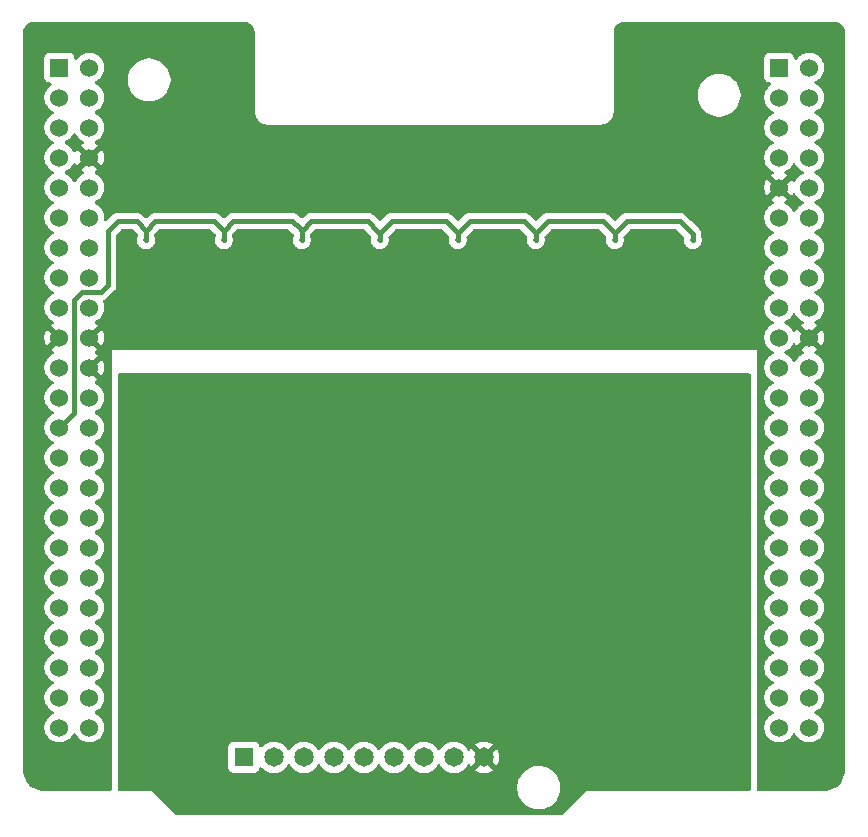
<source format=gbl>
%TF.GenerationSoftware,KiCad,Pcbnew,9.0.7-9.0.7~ubuntu24.04.1*%
%TF.CreationDate,2026-01-13T16:30:02+01:00*%
%TF.ProjectId,digital_input,64696769-7461-46c5-9f69-6e7075742e6b,1.0*%
%TF.SameCoordinates,Original*%
%TF.FileFunction,Copper,L4,Bot*%
%TF.FilePolarity,Positive*%
%FSLAX46Y46*%
G04 Gerber Fmt 4.6, Leading zero omitted, Abs format (unit mm)*
G04 Created by KiCad (PCBNEW 9.0.7-9.0.7~ubuntu24.04.1) date 2026-01-13 16:30:02*
%MOMM*%
%LPD*%
G01*
G04 APERTURE LIST*
%TA.AperFunction,ComponentPad*%
%ADD10R,1.530000X1.530000*%
%TD*%
%TA.AperFunction,ComponentPad*%
%ADD11C,1.530000*%
%TD*%
%TA.AperFunction,ComponentPad*%
%ADD12R,1.650000X1.650000*%
%TD*%
%TA.AperFunction,ComponentPad*%
%ADD13C,1.650000*%
%TD*%
%TA.AperFunction,ViaPad*%
%ADD14C,0.500000*%
%TD*%
%TA.AperFunction,Conductor*%
%ADD15C,0.400000*%
%TD*%
G04 APERTURE END LIST*
D10*
%TO.P,J3,1,Pin_1*%
%TO.N,unconnected-(J3-Pin_1-Pad1)*%
X180210000Y-52600000D03*
D11*
%TO.P,J3,2,Pin_2*%
%TO.N,DI_4*%
X182750000Y-52600000D03*
%TO.P,J3,3,Pin_3*%
%TO.N,unconnected-(J3-Pin_3-Pad3)*%
X180210000Y-55140000D03*
%TO.P,J3,4,Pin_4*%
%TO.N,DI_5*%
X182750000Y-55140000D03*
%TO.P,J3,5,Pin_5*%
%TO.N,unconnected-(J3-Pin_5-Pad5)*%
X180210000Y-57680000D03*
%TO.P,J3,6,Pin_6*%
%TO.N,DI_6*%
X182750000Y-57680000D03*
%TO.P,J3,7,Pin_7*%
%TO.N,unconnected-(J3-Pin_7-Pad7)*%
X180210000Y-60220000D03*
%TO.P,J3,8,Pin_8*%
%TO.N,unconnected-(J3-Pin_8-Pad8)*%
X182750000Y-60220000D03*
%TO.P,J3,9,Pin_9*%
%TO.N,GND*%
X180210000Y-62760000D03*
%TO.P,J3,10,Pin_10*%
%TO.N,unconnected-(J3-Pin_10-Pad10)*%
X182750000Y-62760000D03*
%TO.P,J3,11,Pin_11*%
%TO.N,unconnected-(J3-Pin_11-Pad11)*%
X180210000Y-65300000D03*
%TO.P,J3,12,Pin_12*%
%TO.N,unconnected-(J3-Pin_12-Pad12)*%
X182750000Y-65300000D03*
%TO.P,J3,13,Pin_13*%
%TO.N,unconnected-(J3-Pin_13-Pad13)*%
X180210000Y-67840000D03*
%TO.P,J3,14,Pin_14*%
%TO.N,unconnected-(J3-Pin_14-Pad14)*%
X182750000Y-67840000D03*
%TO.P,J3,15,Pin_15*%
%TO.N,unconnected-(J3-Pin_15-Pad15)*%
X180210000Y-70380000D03*
%TO.P,J3,16,Pin_16*%
%TO.N,unconnected-(J3-Pin_16-Pad16)*%
X182750000Y-70380000D03*
%TO.P,J3,17,Pin_17*%
%TO.N,unconnected-(J3-Pin_17-Pad17)*%
X180210000Y-72920000D03*
%TO.P,J3,18,Pin_18*%
%TO.N,unconnected-(J3-Pin_18-Pad18)*%
X182750000Y-72920000D03*
%TO.P,J3,19,Pin_19*%
%TO.N,unconnected-(J3-Pin_19-Pad19)*%
X180210000Y-75460000D03*
%TO.P,J3,20,Pin_20*%
%TO.N,GND*%
X182750000Y-75460000D03*
%TO.P,J3,21,Pin_21*%
%TO.N,unconnected-(J3-Pin_21-Pad21)*%
X180210000Y-78000000D03*
%TO.P,J3,22,Pin_22*%
%TO.N,DI_7*%
X182750000Y-78000000D03*
%TO.P,J3,23,Pin_23*%
%TO.N,unconnected-(J3-Pin_23-Pad23)*%
X180210000Y-80540000D03*
%TO.P,J3,24,Pin_24*%
%TO.N,unconnected-(J3-Pin_24-Pad24)*%
X182750000Y-80540000D03*
%TO.P,J3,25,Pin_25*%
%TO.N,unconnected-(J3-Pin_25-Pad25)*%
X180210000Y-83080000D03*
%TO.P,J3,26,Pin_26*%
%TO.N,unconnected-(J3-Pin_26-Pad26)*%
X182750000Y-83080000D03*
%TO.P,J3,27,Pin_27*%
%TO.N,unconnected-(J3-Pin_27-Pad27)*%
X180210000Y-85620000D03*
%TO.P,J3,28,Pin_28*%
%TO.N,unconnected-(J3-Pin_28-Pad28)*%
X182750000Y-85620000D03*
%TO.P,J3,29,Pin_29*%
%TO.N,unconnected-(J3-Pin_29-Pad29)*%
X180210000Y-88160000D03*
%TO.P,J3,30,Pin_30*%
%TO.N,unconnected-(J3-Pin_30-Pad30)*%
X182750000Y-88160000D03*
%TO.P,J3,31,Pin_31*%
%TO.N,unconnected-(J3-Pin_31-Pad31)*%
X180210000Y-90700000D03*
%TO.P,J3,32,Pin_32*%
%TO.N,unconnected-(J3-Pin_32-Pad32)*%
X182750000Y-90700000D03*
%TO.P,J3,33,Pin_33*%
%TO.N,unconnected-(J3-Pin_33-Pad33)*%
X180210000Y-93240000D03*
%TO.P,J3,34,Pin_34*%
%TO.N,unconnected-(J3-Pin_34-Pad34)*%
X182750000Y-93240000D03*
%TO.P,J3,35,Pin_35*%
%TO.N,unconnected-(J3-Pin_35-Pad35)*%
X180210000Y-95780000D03*
%TO.P,J3,36,Pin_36*%
%TO.N,unconnected-(J3-Pin_36-Pad36)*%
X182750000Y-95780000D03*
%TO.P,J3,37,Pin_37*%
%TO.N,unconnected-(J3-Pin_37-Pad37)*%
X180210000Y-98320000D03*
%TO.P,J3,38,Pin_38*%
%TO.N,unconnected-(J3-Pin_38-Pad38)*%
X182750000Y-98320000D03*
%TO.P,J3,39,Pin_39*%
%TO.N,unconnected-(J3-Pin_39-Pad39)*%
X180210000Y-100860000D03*
%TO.P,J3,40,Pin_40*%
%TO.N,unconnected-(J3-Pin_40-Pad40)*%
X182750000Y-100860000D03*
%TO.P,J3,41,Pin_41*%
%TO.N,unconnected-(J3-Pin_41-Pad41)*%
X180210000Y-103400000D03*
%TO.P,J3,42,Pin_42*%
%TO.N,unconnected-(J3-Pin_42-Pad42)*%
X182750000Y-103400000D03*
%TO.P,J3,43,Pin_43*%
%TO.N,unconnected-(J3-Pin_43-Pad43)*%
X180210000Y-105940000D03*
%TO.P,J3,44,Pin_44*%
%TO.N,unconnected-(J3-Pin_44-Pad44)*%
X182750000Y-105940000D03*
%TO.P,J3,45,Pin_45*%
%TO.N,unconnected-(J3-Pin_45-Pad45)*%
X180210000Y-108480000D03*
%TO.P,J3,46,Pin_46*%
%TO.N,unconnected-(J3-Pin_46-Pad46)*%
X182750000Y-108480000D03*
%TD*%
D12*
%TO.P,J1,1,Pin_1*%
%TO.N,DI_IN0*%
X134880000Y-111000000D03*
D13*
%TO.P,J1,2,Pin_2*%
%TO.N,DI_IN1*%
X137420000Y-111000000D03*
%TO.P,J1,3,Pin_3*%
%TO.N,DI_IN2*%
X139960000Y-111000000D03*
%TO.P,J1,4,Pin_4*%
%TO.N,DI_IN3*%
X142500000Y-111000000D03*
%TO.P,J1,5,Pin_5*%
%TO.N,DI_IN4*%
X145040000Y-111000000D03*
%TO.P,J1,6,Pin_6*%
%TO.N,DI_IN5*%
X147580000Y-111000000D03*
%TO.P,J1,7,Pin_7*%
%TO.N,DI_IN6*%
X150120000Y-111000000D03*
%TO.P,J1,8,Pin_8*%
%TO.N,DI_IN7*%
X152660000Y-111000000D03*
%TO.P,J1,9,Pin_9*%
%TO.N,GNDREF*%
X155200000Y-111000000D03*
%TD*%
D10*
%TO.P,J2,1,Pin_1*%
%TO.N,unconnected-(J2-Pin_1-Pad1)*%
X119260000Y-52600000D03*
D11*
%TO.P,J2,2,Pin_2*%
%TO.N,unconnected-(J2-Pin_2-Pad2)*%
X121800000Y-52600000D03*
%TO.P,J2,3,Pin_3*%
%TO.N,unconnected-(J2-Pin_3-Pad3)*%
X119260000Y-55140000D03*
%TO.P,J2,4,Pin_4*%
%TO.N,unconnected-(J2-Pin_4-Pad4)*%
X121800000Y-55140000D03*
%TO.P,J2,5,Pin_5*%
%TO.N,unconnected-(J2-Pin_5-Pad5)*%
X119260000Y-57680000D03*
%TO.P,J2,6,Pin_6*%
%TO.N,unconnected-(J2-Pin_6-Pad6)*%
X121800000Y-57680000D03*
%TO.P,J2,7,Pin_7*%
%TO.N,unconnected-(J2-Pin_7-Pad7)*%
X119260000Y-60220000D03*
%TO.P,J2,8,Pin_8*%
%TO.N,GND*%
X121800000Y-60220000D03*
%TO.P,J2,9,Pin_9*%
%TO.N,unconnected-(J2-Pin_9-Pad9)*%
X119260000Y-62760000D03*
%TO.P,J2,10,Pin_10*%
%TO.N,unconnected-(J2-Pin_10-Pad10)*%
X121800000Y-62760000D03*
%TO.P,J2,11,Pin_11*%
%TO.N,unconnected-(J2-Pin_11-Pad11)*%
X119260000Y-65300000D03*
%TO.P,J2,12,Pin_12*%
%TO.N,unconnected-(J2-Pin_12-Pad12)*%
X121800000Y-65300000D03*
%TO.P,J2,13,Pin_13*%
%TO.N,unconnected-(J2-Pin_13-Pad13)*%
X119260000Y-67840000D03*
%TO.P,J2,14,Pin_14*%
%TO.N,unconnected-(J2-Pin_14-Pad14)*%
X121800000Y-67840000D03*
%TO.P,J2,15,Pin_15*%
%TO.N,unconnected-(J2-Pin_15-Pad15)*%
X119260000Y-70380000D03*
%TO.P,J2,16,Pin_16*%
%TO.N,unconnected-(J2-Pin_16-Pad16)*%
X121800000Y-70380000D03*
%TO.P,J2,17,Pin_17*%
%TO.N,unconnected-(J2-Pin_17-Pad17)*%
X119260000Y-72920000D03*
%TO.P,J2,18,Pin_18*%
%TO.N,unconnected-(J2-Pin_18-Pad18)*%
X121800000Y-72920000D03*
%TO.P,J2,19,Pin_19*%
%TO.N,GND*%
X119260000Y-75460000D03*
%TO.P,J2,20,Pin_20*%
X121800000Y-75460000D03*
%TO.P,J2,21,Pin_21*%
%TO.N,unconnected-(J2-Pin_21-Pad21)*%
X119260000Y-78000000D03*
%TO.P,J2,22,Pin_22*%
%TO.N,GND*%
X121800000Y-78000000D03*
%TO.P,J2,23,Pin_23*%
%TO.N,unconnected-(J2-Pin_23-Pad23)*%
X119260000Y-80540000D03*
%TO.P,J2,24,Pin_24*%
%TO.N,unconnected-(J2-Pin_24-Pad24)*%
X121800000Y-80540000D03*
%TO.P,J2,25,Pin_25*%
%TO.N,+3V3*%
X119260000Y-83080000D03*
%TO.P,J2,26,Pin_26*%
%TO.N,unconnected-(J2-Pin_26-Pad26)*%
X121800000Y-83080000D03*
%TO.P,J2,27,Pin_27*%
%TO.N,unconnected-(J2-Pin_27-Pad27)*%
X119260000Y-85620000D03*
%TO.P,J2,28,Pin_28*%
%TO.N,unconnected-(J2-Pin_28-Pad28)*%
X121800000Y-85620000D03*
%TO.P,J2,29,Pin_29*%
%TO.N,unconnected-(J2-Pin_29-Pad29)*%
X119260000Y-88160000D03*
%TO.P,J2,30,Pin_30*%
%TO.N,unconnected-(J2-Pin_30-Pad30)*%
X121800000Y-88160000D03*
%TO.P,J2,31,Pin_31*%
%TO.N,unconnected-(J2-Pin_31-Pad31)*%
X119260000Y-90700000D03*
%TO.P,J2,32,Pin_32*%
%TO.N,unconnected-(J2-Pin_32-Pad32)*%
X121800000Y-90700000D03*
%TO.P,J2,33,Pin_33*%
%TO.N,unconnected-(J2-Pin_33-Pad33)*%
X119260000Y-93240000D03*
%TO.P,J2,34,Pin_34*%
%TO.N,unconnected-(J2-Pin_34-Pad34)*%
X121800000Y-93240000D03*
%TO.P,J2,35,Pin_35*%
%TO.N,DI_1*%
X119260000Y-95780000D03*
%TO.P,J2,36,Pin_36*%
%TO.N,DI_0*%
X121800000Y-95780000D03*
%TO.P,J2,37,Pin_37*%
%TO.N,DI_3*%
X119260000Y-98320000D03*
%TO.P,J2,38,Pin_38*%
%TO.N,DI_2*%
X121800000Y-98320000D03*
%TO.P,J2,39,Pin_39*%
%TO.N,unconnected-(J2-Pin_39-Pad39)*%
X119260000Y-100860000D03*
%TO.P,J2,40,Pin_40*%
%TO.N,unconnected-(J2-Pin_40-Pad40)*%
X121800000Y-100860000D03*
%TO.P,J2,41,Pin_41*%
%TO.N,unconnected-(J2-Pin_41-Pad41)*%
X119260000Y-103400000D03*
%TO.P,J2,42,Pin_42*%
%TO.N,unconnected-(J2-Pin_42-Pad42)*%
X121800000Y-103400000D03*
%TO.P,J2,43,Pin_43*%
%TO.N,unconnected-(J2-Pin_43-Pad43)*%
X119260000Y-105940000D03*
%TO.P,J2,44,Pin_44*%
%TO.N,unconnected-(J2-Pin_44-Pad44)*%
X121800000Y-105940000D03*
%TO.P,J2,45,Pin_45*%
%TO.N,unconnected-(J2-Pin_45-Pad45)*%
X119260000Y-108480000D03*
%TO.P,J2,46,Pin_46*%
%TO.N,unconnected-(J2-Pin_46-Pad46)*%
X121800000Y-108480000D03*
%TD*%
D14*
%TO.N,+3V3*%
X126600000Y-67200000D03*
X159600000Y-67200000D03*
X166300000Y-67200000D03*
X146400000Y-67200000D03*
X139800000Y-67200000D03*
X133200000Y-67200000D03*
X172900000Y-67200000D03*
X153000000Y-67200000D03*
%TO.N,GND*%
X165200000Y-62250000D03*
X139000000Y-62250000D03*
X158600000Y-62250000D03*
X152000000Y-62240000D03*
X145400000Y-62250000D03*
X132200000Y-62250000D03*
X125400000Y-62250000D03*
X171600000Y-62250000D03*
%TO.N,GNDREF*%
X142650000Y-86750000D03*
X129120000Y-84080000D03*
X166750000Y-102450000D03*
X139087500Y-99000000D03*
X157837500Y-99000000D03*
X135720000Y-84080000D03*
X151587500Y-99012500D03*
X149250000Y-86750000D03*
X132837500Y-99000000D03*
X148920000Y-84280000D03*
X148000000Y-102400000D03*
X168820000Y-84180000D03*
X168400000Y-86750000D03*
X135500000Y-102600000D03*
X136000000Y-86750000D03*
X141750000Y-102450000D03*
X164087500Y-99112500D03*
X130150000Y-86750000D03*
X160500000Y-102500000D03*
X170337500Y-99062500D03*
X145337500Y-99062500D03*
X154250000Y-102550000D03*
X173000000Y-102400000D03*
X162120000Y-84200000D03*
X175420000Y-84200000D03*
X155650000Y-86750000D03*
X129250000Y-102550000D03*
X174850000Y-86750000D03*
X162050000Y-86750000D03*
X142320000Y-84080000D03*
X126337500Y-98862500D03*
X155520000Y-84280000D03*
%TD*%
D15*
%TO.N,+3V3*%
X151400000Y-65600000D02*
X152000000Y-65600000D01*
X126600000Y-66400000D02*
X127400000Y-65600000D01*
X161100000Y-65600000D02*
X165300000Y-65600000D01*
X139600000Y-66200000D02*
X139800000Y-66400000D01*
X122800000Y-71600000D02*
X121150000Y-71600000D01*
X158600000Y-65600000D02*
X159600000Y-66600000D01*
X172900000Y-66700000D02*
X172900000Y-67200000D01*
X154200000Y-65600000D02*
X158600000Y-65600000D01*
X124200000Y-65600000D02*
X123400000Y-66400000D01*
X123400000Y-71000000D02*
X122800000Y-71600000D01*
X153000000Y-66600000D02*
X153000000Y-67200000D01*
X167400000Y-65600000D02*
X171800000Y-65600000D01*
X125800000Y-65600000D02*
X124200000Y-65600000D01*
X134400000Y-65600000D02*
X139000000Y-65600000D01*
X133200000Y-66400000D02*
X133200000Y-67200000D01*
X166300000Y-66600000D02*
X167300000Y-65600000D01*
X139800000Y-66400000D02*
X139800000Y-67200000D01*
X134000000Y-65600000D02*
X134400000Y-65600000D01*
X120500000Y-72250000D02*
X120500000Y-81840000D01*
X141800000Y-65600000D02*
X145400000Y-65600000D01*
X147400000Y-65600000D02*
X151400000Y-65600000D01*
X127800000Y-65600000D02*
X132400000Y-65600000D01*
X146400000Y-66600000D02*
X146400000Y-67200000D01*
X139800000Y-66400000D02*
X140600000Y-65600000D01*
X153000000Y-66600000D02*
X154000000Y-65600000D01*
X172800000Y-66600000D02*
X172900000Y-66700000D01*
X167300000Y-65600000D02*
X167400000Y-65600000D01*
X132400000Y-65600000D02*
X133200000Y-66400000D01*
X126600000Y-66400000D02*
X126600000Y-67200000D01*
X146200000Y-66400000D02*
X146400000Y-66600000D01*
X120500000Y-81840000D02*
X119260000Y-83080000D01*
X126600000Y-66400000D02*
X125800000Y-65600000D01*
X166300000Y-66600000D02*
X166300000Y-67200000D01*
X121150000Y-71600000D02*
X120500000Y-72250000D01*
X140600000Y-65600000D02*
X141800000Y-65600000D01*
X123400000Y-66400000D02*
X123400000Y-71000000D01*
X146400000Y-66600000D02*
X147400000Y-65600000D01*
X145400000Y-65600000D02*
X146200000Y-66400000D01*
X154000000Y-65600000D02*
X154200000Y-65600000D01*
X165300000Y-65600000D02*
X166300000Y-66600000D01*
X159600000Y-66600000D02*
X159600000Y-67200000D01*
X159600000Y-66600000D02*
X160600000Y-65600000D01*
X171800000Y-65600000D02*
X172800000Y-66600000D01*
X127400000Y-65600000D02*
X127800000Y-65600000D01*
X152000000Y-65600000D02*
X153000000Y-66600000D01*
X160600000Y-65600000D02*
X161100000Y-65600000D01*
X139000000Y-65600000D02*
X139600000Y-66200000D01*
X133200000Y-66400000D02*
X134000000Y-65600000D01*
%TD*%
%TA.AperFunction,Conductor*%
%TO.N,GND*%
G36*
X121324755Y-60416853D02*
G01*
X121391898Y-60533147D01*
X121486853Y-60628102D01*
X121603147Y-60695245D01*
X121662425Y-60711128D01*
X121099134Y-61274417D01*
X121136994Y-61301924D01*
X121288722Y-61379234D01*
X121339518Y-61427209D01*
X121356313Y-61495030D01*
X121333776Y-61561165D01*
X121288723Y-61600203D01*
X121136735Y-61677645D01*
X121023997Y-61759555D01*
X120975582Y-61794731D01*
X120975580Y-61794733D01*
X120975579Y-61794733D01*
X120834733Y-61935579D01*
X120834733Y-61935580D01*
X120834731Y-61935582D01*
X120784447Y-62004790D01*
X120717647Y-62096733D01*
X120640485Y-62248172D01*
X120592510Y-62298968D01*
X120524689Y-62315763D01*
X120458554Y-62293225D01*
X120419515Y-62248172D01*
X120342483Y-62096990D01*
X120342353Y-62096734D01*
X120225269Y-61935582D01*
X120084418Y-61794731D01*
X119923266Y-61677647D01*
X119923262Y-61677645D01*
X119771827Y-61600485D01*
X119721031Y-61552510D01*
X119704236Y-61484689D01*
X119726773Y-61418554D01*
X119771827Y-61379515D01*
X119781116Y-61374781D01*
X119923266Y-61302353D01*
X120084418Y-61185269D01*
X120225269Y-61044418D01*
X120342353Y-60883266D01*
X120419795Y-60731276D01*
X120467769Y-60680481D01*
X120535590Y-60663686D01*
X120601725Y-60686223D01*
X120640765Y-60731277D01*
X120718077Y-60883008D01*
X120745580Y-60920863D01*
X120745581Y-60920864D01*
X121308871Y-60357574D01*
X121324755Y-60416853D01*
G37*
%TD.AperFunction*%
%TA.AperFunction,Conductor*%
G36*
X120601446Y-58146773D02*
G01*
X120640485Y-58191827D01*
X120717647Y-58343266D01*
X120834731Y-58504418D01*
X120975582Y-58645269D01*
X121136734Y-58762353D01*
X121226909Y-58808299D01*
X121288722Y-58839795D01*
X121339518Y-58887770D01*
X121356313Y-58955591D01*
X121333776Y-59021726D01*
X121288723Y-59060764D01*
X121136993Y-59138075D01*
X121099135Y-59165580D01*
X121099135Y-59165581D01*
X121662425Y-59728871D01*
X121603147Y-59744755D01*
X121486853Y-59811898D01*
X121391898Y-59906853D01*
X121324755Y-60023147D01*
X121308871Y-60082425D01*
X120745581Y-59519135D01*
X120745580Y-59519135D01*
X120718075Y-59556993D01*
X120640764Y-59708723D01*
X120592790Y-59759518D01*
X120524969Y-59776313D01*
X120458834Y-59753775D01*
X120419795Y-59708722D01*
X120342485Y-59556994D01*
X120342353Y-59556734D01*
X120225269Y-59395582D01*
X120084418Y-59254731D01*
X119923266Y-59137647D01*
X119771827Y-59060485D01*
X119721031Y-59012510D01*
X119704236Y-58944689D01*
X119726773Y-58878554D01*
X119771827Y-58839515D01*
X119781116Y-58834781D01*
X119923266Y-58762353D01*
X120084418Y-58645269D01*
X120225269Y-58504418D01*
X120342353Y-58343266D01*
X120419515Y-58191827D01*
X120467490Y-58141031D01*
X120535311Y-58124236D01*
X120601446Y-58146773D01*
G37*
%TD.AperFunction*%
%TA.AperFunction,Conductor*%
G36*
X182274755Y-75656853D02*
G01*
X182341898Y-75773147D01*
X182436853Y-75868102D01*
X182553147Y-75935245D01*
X182612425Y-75951128D01*
X182049134Y-76514417D01*
X182086994Y-76541924D01*
X182238722Y-76619234D01*
X182289518Y-76667209D01*
X182306313Y-76735030D01*
X182283776Y-76801165D01*
X182238723Y-76840203D01*
X182086735Y-76917645D01*
X181973997Y-76999555D01*
X181925582Y-77034731D01*
X181925580Y-77034733D01*
X181925579Y-77034733D01*
X181784733Y-77175579D01*
X181784733Y-77175580D01*
X181784731Y-77175582D01*
X181734447Y-77244790D01*
X181667647Y-77336733D01*
X181590485Y-77488172D01*
X181542510Y-77538968D01*
X181474689Y-77555763D01*
X181408554Y-77533225D01*
X181369515Y-77488172D01*
X181292352Y-77336733D01*
X181175269Y-77175582D01*
X181034418Y-77034731D01*
X180873266Y-76917647D01*
X180721827Y-76840485D01*
X180671031Y-76792510D01*
X180654236Y-76724689D01*
X180676773Y-76658554D01*
X180721827Y-76619515D01*
X180731116Y-76614781D01*
X180873266Y-76542353D01*
X181034418Y-76425269D01*
X181175269Y-76284418D01*
X181292353Y-76123266D01*
X181369795Y-75971276D01*
X181417769Y-75920481D01*
X181485590Y-75903686D01*
X181551725Y-75926223D01*
X181590765Y-75971277D01*
X181668077Y-76123008D01*
X181695580Y-76160863D01*
X181695581Y-76160864D01*
X182258871Y-75597574D01*
X182274755Y-75656853D01*
G37*
%TD.AperFunction*%
%TA.AperFunction,Conductor*%
G36*
X181551446Y-73386773D02*
G01*
X181590485Y-73431827D01*
X181667647Y-73583266D01*
X181784731Y-73744418D01*
X181925582Y-73885269D01*
X182086734Y-74002353D01*
X182176909Y-74048299D01*
X182238722Y-74079795D01*
X182289518Y-74127770D01*
X182306313Y-74195591D01*
X182283776Y-74261726D01*
X182238723Y-74300764D01*
X182086993Y-74378075D01*
X182049135Y-74405580D01*
X182049135Y-74405581D01*
X182612425Y-74968871D01*
X182553147Y-74984755D01*
X182436853Y-75051898D01*
X182341898Y-75146853D01*
X182274755Y-75263147D01*
X182258871Y-75322425D01*
X181695581Y-74759135D01*
X181695580Y-74759135D01*
X181668075Y-74796993D01*
X181590764Y-74948723D01*
X181542790Y-74999518D01*
X181474969Y-75016313D01*
X181408834Y-74993775D01*
X181369795Y-74948722D01*
X181292485Y-74796994D01*
X181292353Y-74796734D01*
X181175269Y-74635582D01*
X181034418Y-74494731D01*
X180873266Y-74377647D01*
X180721827Y-74300485D01*
X180671031Y-74252510D01*
X180654236Y-74184689D01*
X180676773Y-74118554D01*
X180721827Y-74079515D01*
X180731116Y-74074781D01*
X180873266Y-74002353D01*
X181034418Y-73885269D01*
X181175269Y-73744418D01*
X181292353Y-73583266D01*
X181369515Y-73431827D01*
X181417490Y-73381031D01*
X181485311Y-73364236D01*
X181551446Y-73386773D01*
G37*
%TD.AperFunction*%
%TA.AperFunction,Conductor*%
G36*
X181264417Y-63460863D02*
G01*
X181264418Y-63460863D01*
X181291924Y-63423005D01*
X181369234Y-63271277D01*
X181417208Y-63220481D01*
X181485029Y-63203686D01*
X181551164Y-63226223D01*
X181590204Y-63271277D01*
X181667514Y-63423005D01*
X181667647Y-63423266D01*
X181784731Y-63584418D01*
X181925582Y-63725269D01*
X182086734Y-63842353D01*
X182156453Y-63877877D01*
X182238172Y-63919515D01*
X182288968Y-63967490D01*
X182305763Y-64035311D01*
X182283225Y-64101446D01*
X182238172Y-64140485D01*
X182086733Y-64217647D01*
X181994790Y-64284447D01*
X181925582Y-64334731D01*
X181925580Y-64334733D01*
X181925579Y-64334733D01*
X181784733Y-64475579D01*
X181784733Y-64475580D01*
X181784731Y-64475582D01*
X181734447Y-64544790D01*
X181667647Y-64636733D01*
X181590485Y-64788172D01*
X181542510Y-64838968D01*
X181474689Y-64855763D01*
X181408554Y-64833225D01*
X181369515Y-64788172D01*
X181292352Y-64636733D01*
X181175269Y-64475582D01*
X181034418Y-64334731D01*
X180873266Y-64217647D01*
X180873262Y-64217645D01*
X180721277Y-64140204D01*
X180670481Y-64092229D01*
X180653686Y-64024408D01*
X180676224Y-63958273D01*
X180721277Y-63919234D01*
X180873005Y-63841924D01*
X180910863Y-63814418D01*
X180910863Y-63814417D01*
X180347574Y-63251128D01*
X180406853Y-63235245D01*
X180523147Y-63168102D01*
X180618102Y-63073147D01*
X180685245Y-62956853D01*
X180701128Y-62897574D01*
X181264417Y-63460863D01*
G37*
%TD.AperFunction*%
%TA.AperFunction,Conductor*%
G36*
X181551446Y-60686773D02*
G01*
X181590485Y-60731827D01*
X181667647Y-60883266D01*
X181784731Y-61044418D01*
X181925582Y-61185269D01*
X182086734Y-61302353D01*
X182156453Y-61337877D01*
X182238172Y-61379515D01*
X182288968Y-61427490D01*
X182305763Y-61495311D01*
X182283225Y-61561446D01*
X182238172Y-61600485D01*
X182086733Y-61677647D01*
X182048286Y-61705581D01*
X181925582Y-61794731D01*
X181925580Y-61794733D01*
X181925579Y-61794733D01*
X181784733Y-61935579D01*
X181784733Y-61935580D01*
X181784731Y-61935582D01*
X181749555Y-61983997D01*
X181667645Y-62096735D01*
X181590203Y-62248723D01*
X181542229Y-62299518D01*
X181474408Y-62316313D01*
X181408273Y-62293775D01*
X181369234Y-62248722D01*
X181291924Y-62096994D01*
X181264417Y-62059135D01*
X181264417Y-62059134D01*
X180701128Y-62622424D01*
X180685245Y-62563147D01*
X180618102Y-62446853D01*
X180523147Y-62351898D01*
X180406853Y-62284755D01*
X180347574Y-62268871D01*
X180910864Y-61705581D01*
X180910863Y-61705580D01*
X180873008Y-61678077D01*
X180721277Y-61600765D01*
X180670481Y-61552790D01*
X180653686Y-61484969D01*
X180676224Y-61418834D01*
X180721277Y-61379795D01*
X180722378Y-61379234D01*
X180873266Y-61302353D01*
X181034418Y-61185269D01*
X181175269Y-61044418D01*
X181292353Y-60883266D01*
X181369515Y-60731827D01*
X181417490Y-60681031D01*
X181485311Y-60664236D01*
X181551446Y-60686773D01*
G37*
%TD.AperFunction*%
%TA.AperFunction,Conductor*%
G36*
X134996061Y-48761097D02*
G01*
X135006051Y-48762080D01*
X135133824Y-48774665D01*
X135157652Y-48779404D01*
X135284277Y-48817815D01*
X135306725Y-48827114D01*
X135423406Y-48889482D01*
X135443616Y-48902986D01*
X135545891Y-48986920D01*
X135563079Y-49004108D01*
X135647012Y-49106381D01*
X135660517Y-49126593D01*
X135722883Y-49243271D01*
X135732186Y-49265728D01*
X135770593Y-49392338D01*
X135775335Y-49416180D01*
X135788903Y-49553938D01*
X135789500Y-49566092D01*
X135789500Y-56324486D01*
X135819059Y-56511118D01*
X135877454Y-56690836D01*
X135907854Y-56750498D01*
X135963240Y-56859199D01*
X136074310Y-57012073D01*
X136207927Y-57145690D01*
X136360801Y-57256760D01*
X136440347Y-57297290D01*
X136529163Y-57342545D01*
X136529165Y-57342545D01*
X136529168Y-57342547D01*
X136625497Y-57373846D01*
X136708881Y-57400940D01*
X136895514Y-57430500D01*
X136895519Y-57430500D01*
X165084486Y-57430500D01*
X165271118Y-57400940D01*
X165450832Y-57342547D01*
X165619199Y-57256760D01*
X165772073Y-57145690D01*
X165905690Y-57012073D01*
X166016760Y-56859199D01*
X166102547Y-56690832D01*
X166160940Y-56511118D01*
X166171106Y-56446934D01*
X166190500Y-56324486D01*
X166190500Y-54810684D01*
X173299500Y-54810684D01*
X173299500Y-55049315D01*
X173299501Y-55049332D01*
X173324549Y-55239596D01*
X173330649Y-55285924D01*
X173330739Y-55286260D01*
X173392415Y-55516436D01*
X173483734Y-55736902D01*
X173483740Y-55736914D01*
X173603062Y-55943586D01*
X173603064Y-55943589D01*
X173603065Y-55943590D01*
X173748337Y-56132912D01*
X173748343Y-56132919D01*
X173917080Y-56301656D01*
X173917086Y-56301661D01*
X174106414Y-56446938D01*
X174313086Y-56566260D01*
X174313091Y-56566262D01*
X174313097Y-56566265D01*
X174388861Y-56597647D01*
X174533564Y-56657585D01*
X174764076Y-56719351D01*
X175000678Y-56750500D01*
X175000685Y-56750500D01*
X175239315Y-56750500D01*
X175239322Y-56750500D01*
X175475924Y-56719351D01*
X175706436Y-56657585D01*
X175926914Y-56566260D01*
X176133586Y-56446938D01*
X176322914Y-56301661D01*
X176491661Y-56132914D01*
X176636938Y-55943586D01*
X176756260Y-55736914D01*
X176847585Y-55516436D01*
X176909351Y-55285924D01*
X176940500Y-55049322D01*
X176940500Y-54810678D01*
X176909351Y-54574076D01*
X176847585Y-54343564D01*
X176756260Y-54123086D01*
X176636938Y-53916414D01*
X176524065Y-53769315D01*
X176491662Y-53727087D01*
X176491656Y-53727080D01*
X176322919Y-53558343D01*
X176322912Y-53558337D01*
X176133590Y-53413065D01*
X176133589Y-53413064D01*
X176133586Y-53413062D01*
X175926914Y-53293740D01*
X175926902Y-53293734D01*
X175706436Y-53202415D01*
X175475920Y-53140648D01*
X175239332Y-53109501D01*
X175239327Y-53109500D01*
X175239322Y-53109500D01*
X175000678Y-53109500D01*
X175000672Y-53109500D01*
X175000667Y-53109501D01*
X174764079Y-53140648D01*
X174533563Y-53202415D01*
X174313097Y-53293734D01*
X174313083Y-53293741D01*
X174162927Y-53380434D01*
X174106742Y-53412873D01*
X174106409Y-53413065D01*
X173917087Y-53558337D01*
X173917080Y-53558343D01*
X173748343Y-53727080D01*
X173748337Y-53727087D01*
X173603065Y-53916409D01*
X173483741Y-54123083D01*
X173483734Y-54123097D01*
X173392415Y-54343563D01*
X173330648Y-54574079D01*
X173299501Y-54810667D01*
X173299500Y-54810684D01*
X166190500Y-54810684D01*
X166190500Y-51787135D01*
X178944500Y-51787135D01*
X178944500Y-53412870D01*
X178944501Y-53412876D01*
X178950908Y-53472483D01*
X179001202Y-53607328D01*
X179001206Y-53607335D01*
X179087452Y-53722544D01*
X179087455Y-53722547D01*
X179202664Y-53808793D01*
X179202671Y-53808797D01*
X179337517Y-53859091D01*
X179337516Y-53859091D01*
X179344444Y-53859835D01*
X179397127Y-53865500D01*
X179429568Y-53865499D01*
X179496605Y-53885182D01*
X179542361Y-53937984D01*
X179552306Y-54007143D01*
X179523283Y-54070699D01*
X179502455Y-54089816D01*
X179385582Y-54174730D01*
X179244733Y-54315579D01*
X179244733Y-54315580D01*
X179244731Y-54315582D01*
X179224402Y-54343563D01*
X179127647Y-54476733D01*
X179037213Y-54654219D01*
X178975661Y-54843656D01*
X178975661Y-54843659D01*
X178973022Y-54860323D01*
X178944500Y-55040403D01*
X178944500Y-55239597D01*
X178951837Y-55285920D01*
X178975661Y-55436340D01*
X178975661Y-55436343D01*
X179037213Y-55625780D01*
X179037215Y-55625783D01*
X179127647Y-55803266D01*
X179244731Y-55964418D01*
X179385582Y-56105269D01*
X179546734Y-56222353D01*
X179616453Y-56257877D01*
X179698172Y-56299515D01*
X179748968Y-56347490D01*
X179765763Y-56415311D01*
X179743225Y-56481446D01*
X179698172Y-56520485D01*
X179546733Y-56597647D01*
X179454790Y-56664447D01*
X179385582Y-56714731D01*
X179385580Y-56714733D01*
X179385579Y-56714733D01*
X179244733Y-56855579D01*
X179244733Y-56855580D01*
X179244731Y-56855582D01*
X179194447Y-56924790D01*
X179127647Y-57016733D01*
X179037213Y-57194219D01*
X178975661Y-57383656D01*
X178975661Y-57383659D01*
X178944500Y-57580403D01*
X178944500Y-57779596D01*
X178975661Y-57976340D01*
X178975661Y-57976343D01*
X179037213Y-58165780D01*
X179050485Y-58191827D01*
X179127647Y-58343266D01*
X179244731Y-58504418D01*
X179385582Y-58645269D01*
X179546734Y-58762353D01*
X179616453Y-58797877D01*
X179698172Y-58839515D01*
X179748968Y-58887490D01*
X179765763Y-58955311D01*
X179743225Y-59021446D01*
X179698172Y-59060485D01*
X179546733Y-59137647D01*
X179508286Y-59165581D01*
X179385582Y-59254731D01*
X179385580Y-59254733D01*
X179385579Y-59254733D01*
X179244733Y-59395579D01*
X179244733Y-59395580D01*
X179244731Y-59395582D01*
X179194447Y-59464790D01*
X179127647Y-59556733D01*
X179037213Y-59734219D01*
X178975661Y-59923656D01*
X178975661Y-59923659D01*
X178944500Y-60120403D01*
X178944500Y-60319596D01*
X178975661Y-60516340D01*
X178975661Y-60516343D01*
X179037213Y-60705780D01*
X179050485Y-60731827D01*
X179127647Y-60883266D01*
X179244731Y-61044418D01*
X179385582Y-61185269D01*
X179546734Y-61302353D01*
X179636909Y-61348299D01*
X179698722Y-61379795D01*
X179749518Y-61427770D01*
X179766313Y-61495591D01*
X179743776Y-61561726D01*
X179698723Y-61600764D01*
X179546993Y-61678075D01*
X179509135Y-61705580D01*
X179509135Y-61705581D01*
X180072425Y-62268871D01*
X180013147Y-62284755D01*
X179896853Y-62351898D01*
X179801898Y-62446853D01*
X179734755Y-62563147D01*
X179718871Y-62622425D01*
X179155581Y-62059135D01*
X179155580Y-62059135D01*
X179128077Y-62096990D01*
X179037679Y-62274405D01*
X178976147Y-62463777D01*
X178945000Y-62660436D01*
X178945000Y-62859563D01*
X178976147Y-63056222D01*
X179037679Y-63245594D01*
X179128077Y-63423008D01*
X179155580Y-63460863D01*
X179155581Y-63460864D01*
X179718871Y-62897574D01*
X179734755Y-62956853D01*
X179801898Y-63073147D01*
X179896853Y-63168102D01*
X180013147Y-63235245D01*
X180072425Y-63251128D01*
X179509134Y-63814417D01*
X179546994Y-63841924D01*
X179698722Y-63919234D01*
X179749518Y-63967209D01*
X179766313Y-64035030D01*
X179743776Y-64101165D01*
X179698723Y-64140203D01*
X179546735Y-64217645D01*
X179433997Y-64299555D01*
X179385582Y-64334731D01*
X179385580Y-64334733D01*
X179385579Y-64334733D01*
X179244733Y-64475579D01*
X179244733Y-64475580D01*
X179244731Y-64475582D01*
X179194447Y-64544790D01*
X179127647Y-64636733D01*
X179037213Y-64814219D01*
X178975661Y-65003656D01*
X178975661Y-65003659D01*
X178944500Y-65200403D01*
X178944500Y-65399596D01*
X178975661Y-65596340D01*
X178975661Y-65596343D01*
X179037213Y-65785780D01*
X179037215Y-65785783D01*
X179127647Y-65963266D01*
X179244731Y-66124418D01*
X179385582Y-66265269D01*
X179546734Y-66382353D01*
X179616453Y-66417877D01*
X179698172Y-66459515D01*
X179748968Y-66507490D01*
X179765763Y-66575311D01*
X179743225Y-66641446D01*
X179698172Y-66680485D01*
X179546733Y-66757647D01*
X179454790Y-66824447D01*
X179385582Y-66874731D01*
X179385580Y-66874733D01*
X179385579Y-66874733D01*
X179244733Y-67015579D01*
X179244733Y-67015580D01*
X179244731Y-67015582D01*
X179229890Y-67036009D01*
X179127647Y-67176733D01*
X179037213Y-67354219D01*
X178975661Y-67543656D01*
X178975661Y-67543659D01*
X178944500Y-67740403D01*
X178944500Y-67939596D01*
X178975661Y-68136340D01*
X178975661Y-68136343D01*
X179037213Y-68325780D01*
X179050485Y-68351827D01*
X179127647Y-68503266D01*
X179244731Y-68664418D01*
X179385582Y-68805269D01*
X179546734Y-68922353D01*
X179616453Y-68957877D01*
X179698172Y-68999515D01*
X179748968Y-69047490D01*
X179765763Y-69115311D01*
X179743225Y-69181446D01*
X179698172Y-69220485D01*
X179546733Y-69297647D01*
X179454790Y-69364447D01*
X179385582Y-69414731D01*
X179385580Y-69414733D01*
X179385579Y-69414733D01*
X179244733Y-69555579D01*
X179244733Y-69555580D01*
X179244731Y-69555582D01*
X179194447Y-69624790D01*
X179127647Y-69716733D01*
X179037213Y-69894219D01*
X178975661Y-70083656D01*
X178975661Y-70083659D01*
X178944500Y-70280403D01*
X178944500Y-70479596D01*
X178975661Y-70676340D01*
X178975661Y-70676343D01*
X179037213Y-70865780D01*
X179086215Y-70961952D01*
X179127647Y-71043266D01*
X179244731Y-71204418D01*
X179385582Y-71345269D01*
X179546734Y-71462353D01*
X179616453Y-71497877D01*
X179698172Y-71539515D01*
X179748968Y-71587490D01*
X179765763Y-71655311D01*
X179743225Y-71721446D01*
X179698172Y-71760485D01*
X179546733Y-71837647D01*
X179454790Y-71904447D01*
X179385582Y-71954731D01*
X179385580Y-71954733D01*
X179385579Y-71954733D01*
X179244733Y-72095579D01*
X179244733Y-72095580D01*
X179244731Y-72095582D01*
X179194447Y-72164790D01*
X179127647Y-72256733D01*
X179037213Y-72434219D01*
X178975661Y-72623656D01*
X178975661Y-72623659D01*
X178944500Y-72820403D01*
X178944500Y-73019596D01*
X178975661Y-73216340D01*
X178975661Y-73216343D01*
X179037213Y-73405780D01*
X179037215Y-73405783D01*
X179127647Y-73583266D01*
X179244731Y-73744418D01*
X179385582Y-73885269D01*
X179546734Y-74002353D01*
X179610499Y-74034843D01*
X179698172Y-74079515D01*
X179748968Y-74127490D01*
X179765763Y-74195311D01*
X179743225Y-74261446D01*
X179698172Y-74300485D01*
X179546733Y-74377647D01*
X179508286Y-74405581D01*
X179385582Y-74494731D01*
X179385580Y-74494733D01*
X179385579Y-74494733D01*
X179244733Y-74635579D01*
X179244733Y-74635580D01*
X179244731Y-74635582D01*
X179194447Y-74704790D01*
X179127647Y-74796733D01*
X179037213Y-74974219D01*
X178975661Y-75163656D01*
X178975661Y-75163659D01*
X178944500Y-75360403D01*
X178944500Y-75559596D01*
X178975661Y-75756340D01*
X178975661Y-75756343D01*
X179037213Y-75945780D01*
X179127514Y-76123005D01*
X179127647Y-76123266D01*
X179244731Y-76284418D01*
X179385582Y-76425269D01*
X179546734Y-76542353D01*
X179616453Y-76577877D01*
X179698172Y-76619515D01*
X179748968Y-76667490D01*
X179765763Y-76735311D01*
X179743225Y-76801446D01*
X179698172Y-76840485D01*
X179546733Y-76917647D01*
X179454790Y-76984447D01*
X179385582Y-77034731D01*
X179385580Y-77034733D01*
X179385579Y-77034733D01*
X179244733Y-77175579D01*
X179244733Y-77175580D01*
X179244731Y-77175582D01*
X179194447Y-77244790D01*
X179127647Y-77336733D01*
X179037213Y-77514219D01*
X178975661Y-77703656D01*
X178975661Y-77703659D01*
X178944500Y-77900403D01*
X178944500Y-78099596D01*
X178975661Y-78296340D01*
X178975661Y-78296343D01*
X179037213Y-78485780D01*
X179107645Y-78624010D01*
X179127647Y-78663266D01*
X179244731Y-78824418D01*
X179385582Y-78965269D01*
X179546734Y-79082353D01*
X179616453Y-79117877D01*
X179698172Y-79159515D01*
X179748968Y-79207490D01*
X179765763Y-79275311D01*
X179743225Y-79341446D01*
X179698172Y-79380485D01*
X179546733Y-79457647D01*
X179454790Y-79524447D01*
X179385582Y-79574731D01*
X179385580Y-79574733D01*
X179385579Y-79574733D01*
X179244733Y-79715579D01*
X179244733Y-79715580D01*
X179244731Y-79715582D01*
X179194447Y-79784790D01*
X179127647Y-79876733D01*
X179037213Y-80054219D01*
X178975661Y-80243656D01*
X178975661Y-80243659D01*
X178944500Y-80440403D01*
X178944500Y-80639596D01*
X178975661Y-80836340D01*
X178975661Y-80836343D01*
X179037213Y-81025780D01*
X179037215Y-81025783D01*
X179127647Y-81203266D01*
X179244731Y-81364418D01*
X179385582Y-81505269D01*
X179546734Y-81622353D01*
X179610499Y-81654843D01*
X179698172Y-81699515D01*
X179748968Y-81747490D01*
X179765763Y-81815311D01*
X179743225Y-81881446D01*
X179698172Y-81920485D01*
X179546733Y-81997647D01*
X179454790Y-82064447D01*
X179385582Y-82114731D01*
X179385580Y-82114733D01*
X179385579Y-82114733D01*
X179244733Y-82255579D01*
X179244733Y-82255580D01*
X179244731Y-82255582D01*
X179194447Y-82324790D01*
X179127647Y-82416733D01*
X179037213Y-82594219D01*
X178975661Y-82783656D01*
X178975661Y-82783659D01*
X178944500Y-82980403D01*
X178944500Y-83179596D01*
X178975661Y-83376340D01*
X178975661Y-83376343D01*
X179037213Y-83565780D01*
X179050485Y-83591827D01*
X179127647Y-83743266D01*
X179244731Y-83904418D01*
X179385582Y-84045269D01*
X179546734Y-84162353D01*
X179616453Y-84197877D01*
X179698172Y-84239515D01*
X179748968Y-84287490D01*
X179765763Y-84355311D01*
X179743225Y-84421446D01*
X179698172Y-84460485D01*
X179546733Y-84537647D01*
X179454790Y-84604447D01*
X179385582Y-84654731D01*
X179385580Y-84654733D01*
X179385579Y-84654733D01*
X179244733Y-84795579D01*
X179244733Y-84795580D01*
X179244731Y-84795582D01*
X179194447Y-84864790D01*
X179127647Y-84956733D01*
X179037213Y-85134219D01*
X178975661Y-85323656D01*
X178975661Y-85323659D01*
X178944500Y-85520403D01*
X178944500Y-85719596D01*
X178975661Y-85916340D01*
X178975661Y-85916343D01*
X179037213Y-86105780D01*
X179037215Y-86105783D01*
X179127647Y-86283266D01*
X179244731Y-86444418D01*
X179385582Y-86585269D01*
X179546734Y-86702353D01*
X179616453Y-86737877D01*
X179698172Y-86779515D01*
X179748968Y-86827490D01*
X179765763Y-86895311D01*
X179743225Y-86961446D01*
X179698172Y-87000485D01*
X179546733Y-87077647D01*
X179454790Y-87144447D01*
X179385582Y-87194731D01*
X179385580Y-87194733D01*
X179385579Y-87194733D01*
X179244733Y-87335579D01*
X179244733Y-87335580D01*
X179244731Y-87335582D01*
X179194447Y-87404790D01*
X179127647Y-87496733D01*
X179037213Y-87674219D01*
X178975661Y-87863656D01*
X178975661Y-87863659D01*
X178944500Y-88060403D01*
X178944500Y-88259596D01*
X178975661Y-88456340D01*
X178975661Y-88456343D01*
X179037213Y-88645780D01*
X179050485Y-88671827D01*
X179127647Y-88823266D01*
X179244731Y-88984418D01*
X179385582Y-89125269D01*
X179546734Y-89242353D01*
X179616453Y-89277877D01*
X179698172Y-89319515D01*
X179748968Y-89367490D01*
X179765763Y-89435311D01*
X179743225Y-89501446D01*
X179698172Y-89540485D01*
X179546733Y-89617647D01*
X179454790Y-89684447D01*
X179385582Y-89734731D01*
X179385580Y-89734733D01*
X179385579Y-89734733D01*
X179244733Y-89875579D01*
X179244733Y-89875580D01*
X179244731Y-89875582D01*
X179194447Y-89944790D01*
X179127647Y-90036733D01*
X179037213Y-90214219D01*
X178975661Y-90403656D01*
X178975661Y-90403659D01*
X178944500Y-90600403D01*
X178944500Y-90799596D01*
X178975661Y-90996340D01*
X178975661Y-90996343D01*
X179037213Y-91185780D01*
X179037215Y-91185783D01*
X179127647Y-91363266D01*
X179244731Y-91524418D01*
X179385582Y-91665269D01*
X179546734Y-91782353D01*
X179616453Y-91817877D01*
X179698172Y-91859515D01*
X179748968Y-91907490D01*
X179765763Y-91975311D01*
X179743225Y-92041446D01*
X179698172Y-92080485D01*
X179546733Y-92157647D01*
X179454790Y-92224447D01*
X179385582Y-92274731D01*
X179385580Y-92274733D01*
X179385579Y-92274733D01*
X179244733Y-92415579D01*
X179244733Y-92415580D01*
X179244731Y-92415582D01*
X179194447Y-92484790D01*
X179127647Y-92576733D01*
X179037213Y-92754219D01*
X178975661Y-92943656D01*
X178975661Y-92943659D01*
X178944500Y-93140403D01*
X178944500Y-93339596D01*
X178975661Y-93536340D01*
X178975661Y-93536343D01*
X179037213Y-93725780D01*
X179050485Y-93751827D01*
X179127647Y-93903266D01*
X179244731Y-94064418D01*
X179385582Y-94205269D01*
X179546734Y-94322353D01*
X179616453Y-94357877D01*
X179698172Y-94399515D01*
X179748968Y-94447490D01*
X179765763Y-94515311D01*
X179743225Y-94581446D01*
X179698172Y-94620485D01*
X179546733Y-94697647D01*
X179454790Y-94764447D01*
X179385582Y-94814731D01*
X179385580Y-94814733D01*
X179385579Y-94814733D01*
X179244733Y-94955579D01*
X179244733Y-94955580D01*
X179244731Y-94955582D01*
X179194447Y-95024790D01*
X179127647Y-95116733D01*
X179037213Y-95294219D01*
X178975661Y-95483656D01*
X178975661Y-95483659D01*
X178944500Y-95680403D01*
X178944500Y-95879596D01*
X178975661Y-96076340D01*
X178975661Y-96076343D01*
X179037213Y-96265780D01*
X179037215Y-96265783D01*
X179127647Y-96443266D01*
X179244731Y-96604418D01*
X179385582Y-96745269D01*
X179546734Y-96862353D01*
X179616453Y-96897877D01*
X179698172Y-96939515D01*
X179748968Y-96987490D01*
X179765763Y-97055311D01*
X179743225Y-97121446D01*
X179698172Y-97160485D01*
X179546733Y-97237647D01*
X179454790Y-97304447D01*
X179385582Y-97354731D01*
X179385580Y-97354733D01*
X179385579Y-97354733D01*
X179244733Y-97495579D01*
X179244733Y-97495580D01*
X179244731Y-97495582D01*
X179194447Y-97564790D01*
X179127647Y-97656733D01*
X179037213Y-97834219D01*
X178975661Y-98023656D01*
X178975661Y-98023659D01*
X178944500Y-98220403D01*
X178944500Y-98419596D01*
X178975661Y-98616340D01*
X178975661Y-98616343D01*
X179037213Y-98805780D01*
X179050485Y-98831827D01*
X179127647Y-98983266D01*
X179244731Y-99144418D01*
X179385582Y-99285269D01*
X179546734Y-99402353D01*
X179616453Y-99437877D01*
X179698172Y-99479515D01*
X179748968Y-99527490D01*
X179765763Y-99595311D01*
X179743225Y-99661446D01*
X179698172Y-99700485D01*
X179546733Y-99777647D01*
X179454790Y-99844447D01*
X179385582Y-99894731D01*
X179385580Y-99894733D01*
X179385579Y-99894733D01*
X179244733Y-100035579D01*
X179244733Y-100035580D01*
X179244731Y-100035582D01*
X179194447Y-100104790D01*
X179127647Y-100196733D01*
X179037213Y-100374219D01*
X178975661Y-100563656D01*
X178975661Y-100563659D01*
X178944500Y-100760403D01*
X178944500Y-100959596D01*
X178975661Y-101156340D01*
X178975661Y-101156343D01*
X179037213Y-101345780D01*
X179037215Y-101345783D01*
X179127647Y-101523266D01*
X179244731Y-101684418D01*
X179385582Y-101825269D01*
X179546734Y-101942353D01*
X179616453Y-101977877D01*
X179698172Y-102019515D01*
X179748968Y-102067490D01*
X179765763Y-102135311D01*
X179743225Y-102201446D01*
X179698172Y-102240485D01*
X179546733Y-102317647D01*
X179454790Y-102384447D01*
X179385582Y-102434731D01*
X179385580Y-102434733D01*
X179385579Y-102434733D01*
X179244733Y-102575579D01*
X179244733Y-102575580D01*
X179244731Y-102575582D01*
X179194447Y-102644790D01*
X179127647Y-102736733D01*
X179037213Y-102914219D01*
X178975661Y-103103656D01*
X178975661Y-103103659D01*
X178944500Y-103300403D01*
X178944500Y-103499596D01*
X178975661Y-103696340D01*
X178975661Y-103696343D01*
X179037213Y-103885780D01*
X179050485Y-103911827D01*
X179127647Y-104063266D01*
X179244731Y-104224418D01*
X179385582Y-104365269D01*
X179546734Y-104482353D01*
X179616453Y-104517877D01*
X179698172Y-104559515D01*
X179748968Y-104607490D01*
X179765763Y-104675311D01*
X179743225Y-104741446D01*
X179698172Y-104780485D01*
X179546733Y-104857647D01*
X179454790Y-104924447D01*
X179385582Y-104974731D01*
X179385580Y-104974733D01*
X179385579Y-104974733D01*
X179244733Y-105115579D01*
X179244733Y-105115580D01*
X179244731Y-105115582D01*
X179194447Y-105184790D01*
X179127647Y-105276733D01*
X179037213Y-105454219D01*
X178975661Y-105643656D01*
X178975661Y-105643659D01*
X178944500Y-105840403D01*
X178944500Y-106039596D01*
X178975661Y-106236340D01*
X178975661Y-106236343D01*
X179037213Y-106425780D01*
X179037215Y-106425783D01*
X179127647Y-106603266D01*
X179244731Y-106764418D01*
X179385582Y-106905269D01*
X179546734Y-107022353D01*
X179616453Y-107057877D01*
X179698172Y-107099515D01*
X179748968Y-107147490D01*
X179765763Y-107215311D01*
X179743225Y-107281446D01*
X179698172Y-107320485D01*
X179546733Y-107397647D01*
X179454790Y-107464447D01*
X179385582Y-107514731D01*
X179385580Y-107514733D01*
X179385579Y-107514733D01*
X179244733Y-107655579D01*
X179244733Y-107655580D01*
X179244731Y-107655582D01*
X179194447Y-107724790D01*
X179127647Y-107816733D01*
X179037213Y-107994219D01*
X178975661Y-108183656D01*
X178975661Y-108183659D01*
X178944500Y-108380403D01*
X178944500Y-108579596D01*
X178975661Y-108776340D01*
X178975661Y-108776343D01*
X179037213Y-108965780D01*
X179037215Y-108965783D01*
X179127647Y-109143266D01*
X179244731Y-109304418D01*
X179385582Y-109445269D01*
X179546734Y-109562353D01*
X179724217Y-109652785D01*
X179724219Y-109652786D01*
X179913657Y-109714338D01*
X179913658Y-109714338D01*
X179913661Y-109714339D01*
X180110403Y-109745500D01*
X180110404Y-109745500D01*
X180309596Y-109745500D01*
X180309597Y-109745500D01*
X180506339Y-109714339D01*
X180506342Y-109714338D01*
X180506343Y-109714338D01*
X180695780Y-109652786D01*
X180695780Y-109652785D01*
X180695783Y-109652785D01*
X180873266Y-109562353D01*
X181034418Y-109445269D01*
X181175269Y-109304418D01*
X181292353Y-109143266D01*
X181369515Y-108991827D01*
X181417490Y-108941031D01*
X181485311Y-108924236D01*
X181551446Y-108946773D01*
X181590485Y-108991827D01*
X181667647Y-109143266D01*
X181784731Y-109304418D01*
X181925582Y-109445269D01*
X182086734Y-109562353D01*
X182264217Y-109652785D01*
X182264219Y-109652786D01*
X182453657Y-109714338D01*
X182453658Y-109714338D01*
X182453661Y-109714339D01*
X182650403Y-109745500D01*
X182650404Y-109745500D01*
X182849596Y-109745500D01*
X182849597Y-109745500D01*
X183046339Y-109714339D01*
X183046342Y-109714338D01*
X183046343Y-109714338D01*
X183235780Y-109652786D01*
X183235780Y-109652785D01*
X183235783Y-109652785D01*
X183413266Y-109562353D01*
X183574418Y-109445269D01*
X183715269Y-109304418D01*
X183832353Y-109143266D01*
X183922785Y-108965783D01*
X183930827Y-108941031D01*
X183984338Y-108776343D01*
X183984338Y-108776342D01*
X183984339Y-108776339D01*
X184015500Y-108579597D01*
X184015500Y-108380403D01*
X183984339Y-108183661D01*
X183984338Y-108183657D01*
X183984338Y-108183656D01*
X183922786Y-107994219D01*
X183832352Y-107816733D01*
X183715269Y-107655582D01*
X183574418Y-107514731D01*
X183413266Y-107397647D01*
X183261827Y-107320485D01*
X183211031Y-107272510D01*
X183194236Y-107204689D01*
X183216773Y-107138554D01*
X183261827Y-107099515D01*
X183271116Y-107094781D01*
X183413266Y-107022353D01*
X183574418Y-106905269D01*
X183715269Y-106764418D01*
X183832353Y-106603266D01*
X183922785Y-106425783D01*
X183930827Y-106401031D01*
X183984338Y-106236343D01*
X183984338Y-106236342D01*
X183984339Y-106236339D01*
X184015500Y-106039597D01*
X184015500Y-105840403D01*
X183984339Y-105643661D01*
X183984338Y-105643657D01*
X183984338Y-105643656D01*
X183922786Y-105454219D01*
X183832352Y-105276733D01*
X183715269Y-105115582D01*
X183574418Y-104974731D01*
X183413266Y-104857647D01*
X183261827Y-104780485D01*
X183211031Y-104732510D01*
X183194236Y-104664689D01*
X183216773Y-104598554D01*
X183261827Y-104559515D01*
X183271116Y-104554781D01*
X183413266Y-104482353D01*
X183574418Y-104365269D01*
X183715269Y-104224418D01*
X183832353Y-104063266D01*
X183922785Y-103885783D01*
X183935140Y-103847758D01*
X183984338Y-103696343D01*
X183984338Y-103696342D01*
X183984339Y-103696339D01*
X184015500Y-103499597D01*
X184015500Y-103300403D01*
X183984339Y-103103661D01*
X183984338Y-103103657D01*
X183984338Y-103103656D01*
X183922786Y-102914219D01*
X183832352Y-102736733D01*
X183715269Y-102575582D01*
X183574418Y-102434731D01*
X183413266Y-102317647D01*
X183261827Y-102240485D01*
X183211031Y-102192510D01*
X183194236Y-102124689D01*
X183216773Y-102058554D01*
X183261827Y-102019515D01*
X183271116Y-102014781D01*
X183413266Y-101942353D01*
X183574418Y-101825269D01*
X183715269Y-101684418D01*
X183832353Y-101523266D01*
X183922785Y-101345783D01*
X183930827Y-101321031D01*
X183984338Y-101156343D01*
X183984338Y-101156342D01*
X183984339Y-101156339D01*
X184015500Y-100959597D01*
X184015500Y-100760403D01*
X183984339Y-100563661D01*
X183984338Y-100563657D01*
X183984338Y-100563656D01*
X183922786Y-100374219D01*
X183832352Y-100196733D01*
X183715269Y-100035582D01*
X183574418Y-99894731D01*
X183413266Y-99777647D01*
X183261827Y-99700485D01*
X183211031Y-99652510D01*
X183194236Y-99584689D01*
X183216773Y-99518554D01*
X183261827Y-99479515D01*
X183271116Y-99474781D01*
X183413266Y-99402353D01*
X183574418Y-99285269D01*
X183715269Y-99144418D01*
X183832353Y-98983266D01*
X183922785Y-98805783D01*
X183935140Y-98767758D01*
X183984338Y-98616343D01*
X183984338Y-98616342D01*
X183984339Y-98616339D01*
X184015500Y-98419597D01*
X184015500Y-98220403D01*
X183984339Y-98023661D01*
X183984338Y-98023657D01*
X183984338Y-98023656D01*
X183922786Y-97834219D01*
X183832352Y-97656733D01*
X183715269Y-97495582D01*
X183574418Y-97354731D01*
X183413266Y-97237647D01*
X183261827Y-97160485D01*
X183211031Y-97112510D01*
X183194236Y-97044689D01*
X183216773Y-96978554D01*
X183261827Y-96939515D01*
X183271116Y-96934781D01*
X183413266Y-96862353D01*
X183574418Y-96745269D01*
X183715269Y-96604418D01*
X183832353Y-96443266D01*
X183922785Y-96265783D01*
X183930827Y-96241031D01*
X183984338Y-96076343D01*
X183984338Y-96076342D01*
X183984339Y-96076339D01*
X184015500Y-95879597D01*
X184015500Y-95680403D01*
X183984339Y-95483661D01*
X183984338Y-95483657D01*
X183984338Y-95483656D01*
X183922786Y-95294219D01*
X183832352Y-95116733D01*
X183715269Y-94955582D01*
X183574418Y-94814731D01*
X183413266Y-94697647D01*
X183261827Y-94620485D01*
X183211031Y-94572510D01*
X183194236Y-94504689D01*
X183216773Y-94438554D01*
X183261827Y-94399515D01*
X183271116Y-94394781D01*
X183413266Y-94322353D01*
X183574418Y-94205269D01*
X183715269Y-94064418D01*
X183832353Y-93903266D01*
X183922785Y-93725783D01*
X183935140Y-93687758D01*
X183984338Y-93536343D01*
X183984338Y-93536342D01*
X183984339Y-93536339D01*
X184015500Y-93339597D01*
X184015500Y-93140403D01*
X183984339Y-92943661D01*
X183984338Y-92943657D01*
X183984338Y-92943656D01*
X183922786Y-92754219D01*
X183832352Y-92576733D01*
X183715269Y-92415582D01*
X183574418Y-92274731D01*
X183413266Y-92157647D01*
X183261827Y-92080485D01*
X183211031Y-92032510D01*
X183194236Y-91964689D01*
X183216773Y-91898554D01*
X183261827Y-91859515D01*
X183271116Y-91854781D01*
X183413266Y-91782353D01*
X183574418Y-91665269D01*
X183715269Y-91524418D01*
X183832353Y-91363266D01*
X183922785Y-91185783D01*
X183930827Y-91161031D01*
X183984338Y-90996343D01*
X183984338Y-90996342D01*
X183984339Y-90996339D01*
X184015500Y-90799597D01*
X184015500Y-90600403D01*
X183984339Y-90403661D01*
X183984338Y-90403657D01*
X183984338Y-90403656D01*
X183922786Y-90214219D01*
X183832352Y-90036733D01*
X183715269Y-89875582D01*
X183574418Y-89734731D01*
X183413266Y-89617647D01*
X183261827Y-89540485D01*
X183211031Y-89492510D01*
X183194236Y-89424689D01*
X183216773Y-89358554D01*
X183261827Y-89319515D01*
X183271116Y-89314781D01*
X183413266Y-89242353D01*
X183574418Y-89125269D01*
X183715269Y-88984418D01*
X183832353Y-88823266D01*
X183922785Y-88645783D01*
X183935140Y-88607758D01*
X183984338Y-88456343D01*
X183984338Y-88456342D01*
X183984339Y-88456339D01*
X184015500Y-88259597D01*
X184015500Y-88060403D01*
X183984339Y-87863661D01*
X183984338Y-87863657D01*
X183984338Y-87863656D01*
X183922786Y-87674219D01*
X183832352Y-87496733D01*
X183715269Y-87335582D01*
X183574418Y-87194731D01*
X183413266Y-87077647D01*
X183261827Y-87000485D01*
X183211031Y-86952510D01*
X183194236Y-86884689D01*
X183216773Y-86818554D01*
X183261827Y-86779515D01*
X183271116Y-86774781D01*
X183413266Y-86702353D01*
X183574418Y-86585269D01*
X183715269Y-86444418D01*
X183832353Y-86283266D01*
X183922785Y-86105783D01*
X183930827Y-86081031D01*
X183984338Y-85916343D01*
X183984338Y-85916342D01*
X183984339Y-85916339D01*
X184015500Y-85719597D01*
X184015500Y-85520403D01*
X183984339Y-85323661D01*
X183984338Y-85323657D01*
X183984338Y-85323656D01*
X183922786Y-85134219D01*
X183832352Y-84956733D01*
X183715269Y-84795582D01*
X183574418Y-84654731D01*
X183413266Y-84537647D01*
X183261827Y-84460485D01*
X183211031Y-84412510D01*
X183194236Y-84344689D01*
X183216773Y-84278554D01*
X183261827Y-84239515D01*
X183271116Y-84234781D01*
X183413266Y-84162353D01*
X183574418Y-84045269D01*
X183715269Y-83904418D01*
X183832353Y-83743266D01*
X183922785Y-83565783D01*
X183935140Y-83527758D01*
X183984338Y-83376343D01*
X183984338Y-83376342D01*
X183984339Y-83376339D01*
X184015500Y-83179597D01*
X184015500Y-82980403D01*
X183984339Y-82783661D01*
X183984338Y-82783657D01*
X183984338Y-82783656D01*
X183922786Y-82594219D01*
X183832352Y-82416733D01*
X183715269Y-82255582D01*
X183574418Y-82114731D01*
X183413266Y-81997647D01*
X183261827Y-81920485D01*
X183211031Y-81872510D01*
X183194236Y-81804689D01*
X183216773Y-81738554D01*
X183261827Y-81699515D01*
X183271116Y-81694781D01*
X183413266Y-81622353D01*
X183574418Y-81505269D01*
X183715269Y-81364418D01*
X183832353Y-81203266D01*
X183922785Y-81025783D01*
X183930827Y-81001031D01*
X183984338Y-80836343D01*
X183984338Y-80836342D01*
X183984339Y-80836339D01*
X184015500Y-80639597D01*
X184015500Y-80440403D01*
X183984339Y-80243661D01*
X183984338Y-80243657D01*
X183984338Y-80243656D01*
X183922786Y-80054219D01*
X183832352Y-79876733D01*
X183715269Y-79715582D01*
X183574418Y-79574731D01*
X183413266Y-79457647D01*
X183261827Y-79380485D01*
X183211031Y-79332510D01*
X183194236Y-79264689D01*
X183216773Y-79198554D01*
X183261827Y-79159515D01*
X183271116Y-79154781D01*
X183413266Y-79082353D01*
X183574418Y-78965269D01*
X183715269Y-78824418D01*
X183832353Y-78663266D01*
X183922785Y-78485783D01*
X183935140Y-78447758D01*
X183984338Y-78296343D01*
X183984338Y-78296342D01*
X183984339Y-78296339D01*
X184015500Y-78099597D01*
X184015500Y-77900403D01*
X183984339Y-77703661D01*
X183984338Y-77703657D01*
X183984338Y-77703656D01*
X183922786Y-77514219D01*
X183832352Y-77336733D01*
X183715269Y-77175582D01*
X183574418Y-77034731D01*
X183413266Y-76917647D01*
X183413262Y-76917645D01*
X183261277Y-76840204D01*
X183210481Y-76792229D01*
X183193686Y-76724408D01*
X183216224Y-76658273D01*
X183261277Y-76619234D01*
X183413005Y-76541924D01*
X183450863Y-76514418D01*
X183450863Y-76514417D01*
X182887574Y-75951128D01*
X182946853Y-75935245D01*
X183063147Y-75868102D01*
X183158102Y-75773147D01*
X183225245Y-75656853D01*
X183241128Y-75597574D01*
X183804417Y-76160863D01*
X183804418Y-76160863D01*
X183831924Y-76123005D01*
X183922320Y-75945594D01*
X183983852Y-75756222D01*
X184015000Y-75559563D01*
X184015000Y-75360436D01*
X183983852Y-75163777D01*
X183922320Y-74974405D01*
X183831924Y-74796994D01*
X183804417Y-74759135D01*
X183804417Y-74759134D01*
X183241128Y-75322424D01*
X183225245Y-75263147D01*
X183158102Y-75146853D01*
X183063147Y-75051898D01*
X182946853Y-74984755D01*
X182887574Y-74968871D01*
X183450864Y-74405581D01*
X183450863Y-74405580D01*
X183413008Y-74378077D01*
X183261277Y-74300765D01*
X183210481Y-74252790D01*
X183193686Y-74184969D01*
X183216224Y-74118834D01*
X183261277Y-74079795D01*
X183261827Y-74079515D01*
X183413266Y-74002353D01*
X183574418Y-73885269D01*
X183715269Y-73744418D01*
X183832353Y-73583266D01*
X183922785Y-73405783D01*
X183930827Y-73381031D01*
X183984338Y-73216343D01*
X183984338Y-73216342D01*
X183984339Y-73216339D01*
X184015500Y-73019597D01*
X184015500Y-72820403D01*
X183984339Y-72623661D01*
X183984338Y-72623657D01*
X183984338Y-72623656D01*
X183922786Y-72434219D01*
X183832352Y-72256733D01*
X183806227Y-72220775D01*
X183715269Y-72095582D01*
X183574418Y-71954731D01*
X183413266Y-71837647D01*
X183261827Y-71760485D01*
X183211031Y-71712510D01*
X183194236Y-71644689D01*
X183216773Y-71578554D01*
X183261827Y-71539515D01*
X183326740Y-71506440D01*
X183413266Y-71462353D01*
X183574418Y-71345269D01*
X183715269Y-71204418D01*
X183832353Y-71043266D01*
X183922785Y-70865783D01*
X183930827Y-70841031D01*
X183984338Y-70676343D01*
X183984338Y-70676342D01*
X183984339Y-70676339D01*
X184015500Y-70479597D01*
X184015500Y-70280403D01*
X183984339Y-70083661D01*
X183984338Y-70083657D01*
X183984338Y-70083656D01*
X183922786Y-69894219D01*
X183832352Y-69716733D01*
X183715269Y-69555582D01*
X183574418Y-69414731D01*
X183413266Y-69297647D01*
X183261827Y-69220485D01*
X183211031Y-69172510D01*
X183194236Y-69104689D01*
X183216773Y-69038554D01*
X183261827Y-68999515D01*
X183271116Y-68994781D01*
X183413266Y-68922353D01*
X183574418Y-68805269D01*
X183715269Y-68664418D01*
X183832353Y-68503266D01*
X183922785Y-68325783D01*
X183935140Y-68287758D01*
X183984338Y-68136343D01*
X183984338Y-68136342D01*
X183984339Y-68136339D01*
X184015500Y-67939597D01*
X184015500Y-67740403D01*
X183984339Y-67543661D01*
X183984338Y-67543657D01*
X183984338Y-67543656D01*
X183922786Y-67354219D01*
X183909514Y-67328172D01*
X183832353Y-67176734D01*
X183715269Y-67015582D01*
X183574418Y-66874731D01*
X183413266Y-66757647D01*
X183381613Y-66741519D01*
X183261827Y-66680485D01*
X183211031Y-66632510D01*
X183194236Y-66564689D01*
X183216773Y-66498554D01*
X183261827Y-66459515D01*
X183271116Y-66454781D01*
X183413266Y-66382353D01*
X183574418Y-66265269D01*
X183715269Y-66124418D01*
X183832353Y-65963266D01*
X183922785Y-65785783D01*
X183930827Y-65761031D01*
X183984338Y-65596343D01*
X183984338Y-65596342D01*
X183984339Y-65596339D01*
X184015500Y-65399597D01*
X184015500Y-65200403D01*
X183984339Y-65003661D01*
X183984338Y-65003657D01*
X183984338Y-65003656D01*
X183922786Y-64814219D01*
X183832352Y-64636733D01*
X183715269Y-64475582D01*
X183574418Y-64334731D01*
X183413266Y-64217647D01*
X183261827Y-64140485D01*
X183211031Y-64092510D01*
X183194236Y-64024689D01*
X183216773Y-63958554D01*
X183261827Y-63919515D01*
X183271116Y-63914781D01*
X183413266Y-63842353D01*
X183574418Y-63725269D01*
X183715269Y-63584418D01*
X183832353Y-63423266D01*
X183922785Y-63245783D01*
X183935140Y-63207758D01*
X183984338Y-63056343D01*
X183984338Y-63056342D01*
X183984339Y-63056339D01*
X184015500Y-62859597D01*
X184015500Y-62660403D01*
X183984339Y-62463661D01*
X183984338Y-62463657D01*
X183984338Y-62463656D01*
X183922786Y-62274219D01*
X183832483Y-62096990D01*
X183832353Y-62096734D01*
X183715269Y-61935582D01*
X183574418Y-61794731D01*
X183413266Y-61677647D01*
X183413262Y-61677645D01*
X183261827Y-61600485D01*
X183211031Y-61552510D01*
X183194236Y-61484689D01*
X183216773Y-61418554D01*
X183261827Y-61379515D01*
X183271116Y-61374781D01*
X183413266Y-61302353D01*
X183574418Y-61185269D01*
X183715269Y-61044418D01*
X183832353Y-60883266D01*
X183922785Y-60705783D01*
X183931006Y-60680481D01*
X183984338Y-60516343D01*
X183984338Y-60516342D01*
X183984339Y-60516339D01*
X184015500Y-60319597D01*
X184015500Y-60120403D01*
X183984339Y-59923661D01*
X183984338Y-59923657D01*
X183984338Y-59923656D01*
X183922786Y-59734219D01*
X183832485Y-59556994D01*
X183832353Y-59556734D01*
X183715269Y-59395582D01*
X183574418Y-59254731D01*
X183413266Y-59137647D01*
X183261827Y-59060485D01*
X183211031Y-59012510D01*
X183194236Y-58944689D01*
X183216773Y-58878554D01*
X183261827Y-58839515D01*
X183271116Y-58834781D01*
X183413266Y-58762353D01*
X183574418Y-58645269D01*
X183715269Y-58504418D01*
X183832353Y-58343266D01*
X183922785Y-58165783D01*
X183935140Y-58127758D01*
X183984338Y-57976343D01*
X183984338Y-57976342D01*
X183984339Y-57976339D01*
X184015500Y-57779597D01*
X184015500Y-57580403D01*
X183984339Y-57383661D01*
X183984338Y-57383657D01*
X183984338Y-57383656D01*
X183922786Y-57194219D01*
X183898058Y-57145687D01*
X183832353Y-57016734D01*
X183715269Y-56855582D01*
X183574418Y-56714731D01*
X183413266Y-56597647D01*
X183351675Y-56566265D01*
X183261827Y-56520485D01*
X183211031Y-56472510D01*
X183194236Y-56404689D01*
X183216773Y-56338554D01*
X183261827Y-56299515D01*
X183271116Y-56294781D01*
X183413266Y-56222353D01*
X183574418Y-56105269D01*
X183715269Y-55964418D01*
X183832353Y-55803266D01*
X183922785Y-55625783D01*
X183930827Y-55601031D01*
X183984338Y-55436343D01*
X183984338Y-55436342D01*
X183984339Y-55436339D01*
X184015500Y-55239597D01*
X184015500Y-55040403D01*
X183984339Y-54843661D01*
X183984338Y-54843657D01*
X183984338Y-54843656D01*
X183922786Y-54654219D01*
X183894459Y-54598624D01*
X183832353Y-54476734D01*
X183715269Y-54315582D01*
X183574418Y-54174731D01*
X183413266Y-54057647D01*
X183261827Y-53980485D01*
X183211031Y-53932510D01*
X183194236Y-53864689D01*
X183216773Y-53798554D01*
X183261827Y-53759515D01*
X183325472Y-53727086D01*
X183413266Y-53682353D01*
X183574418Y-53565269D01*
X183715269Y-53424418D01*
X183832353Y-53263266D01*
X183922785Y-53085783D01*
X183930005Y-53063563D01*
X183984338Y-52896343D01*
X183984338Y-52896342D01*
X183984339Y-52896339D01*
X184015500Y-52699597D01*
X184015500Y-52500403D01*
X183984339Y-52303661D01*
X183984338Y-52303657D01*
X183984338Y-52303656D01*
X183922786Y-52114219D01*
X183871586Y-52013734D01*
X183832353Y-51936734D01*
X183715269Y-51775582D01*
X183574418Y-51634731D01*
X183413266Y-51517647D01*
X183334379Y-51477452D01*
X183235780Y-51427213D01*
X183046342Y-51365661D01*
X182898782Y-51342290D01*
X182849597Y-51334500D01*
X182650403Y-51334500D01*
X182584822Y-51344887D01*
X182453659Y-51365661D01*
X182453656Y-51365661D01*
X182264219Y-51427213D01*
X182086733Y-51517647D01*
X181994790Y-51584447D01*
X181925582Y-51634731D01*
X181925580Y-51634733D01*
X181925579Y-51634733D01*
X181784733Y-51775579D01*
X181784733Y-51775580D01*
X181784731Y-51775582D01*
X181732367Y-51847655D01*
X181699817Y-51892456D01*
X181644487Y-51935121D01*
X181574873Y-51941100D01*
X181513078Y-51908494D01*
X181478721Y-51847655D01*
X181475499Y-51819570D01*
X181475499Y-51787129D01*
X181475498Y-51787123D01*
X181475497Y-51787116D01*
X181469091Y-51727517D01*
X181418796Y-51592669D01*
X181418795Y-51592668D01*
X181418793Y-51592664D01*
X181332547Y-51477455D01*
X181332544Y-51477452D01*
X181217335Y-51391206D01*
X181217328Y-51391202D01*
X181082482Y-51340908D01*
X181082483Y-51340908D01*
X181022883Y-51334501D01*
X181022881Y-51334500D01*
X181022873Y-51334500D01*
X181022864Y-51334500D01*
X179397129Y-51334500D01*
X179397123Y-51334501D01*
X179337516Y-51340908D01*
X179202671Y-51391202D01*
X179202664Y-51391206D01*
X179087455Y-51477452D01*
X179087452Y-51477455D01*
X179001206Y-51592664D01*
X179001202Y-51592671D01*
X178950908Y-51727517D01*
X178945741Y-51775580D01*
X178944501Y-51787123D01*
X178944500Y-51787135D01*
X166190500Y-51787135D01*
X166190500Y-49566092D01*
X166191097Y-49553939D01*
X166199805Y-49465519D01*
X166204665Y-49416171D01*
X166209403Y-49392349D01*
X166247816Y-49265719D01*
X166257113Y-49243278D01*
X166319485Y-49126587D01*
X166332982Y-49106387D01*
X166416924Y-49004103D01*
X166434103Y-48986924D01*
X166536387Y-48902982D01*
X166556587Y-48889485D01*
X166673278Y-48827113D01*
X166695719Y-48817816D01*
X166822349Y-48779403D01*
X166846173Y-48774665D01*
X166975170Y-48761960D01*
X166983939Y-48761097D01*
X166996092Y-48760500D01*
X167029882Y-48760500D01*
X184950118Y-48760500D01*
X184983908Y-48760500D01*
X184996061Y-48761097D01*
X185006051Y-48762080D01*
X185133824Y-48774665D01*
X185157652Y-48779404D01*
X185284277Y-48817815D01*
X185306725Y-48827114D01*
X185423406Y-48889482D01*
X185443616Y-48902986D01*
X185545891Y-48986920D01*
X185563079Y-49004108D01*
X185647012Y-49106381D01*
X185660517Y-49126593D01*
X185722883Y-49243271D01*
X185732186Y-49265728D01*
X185770593Y-49392338D01*
X185775335Y-49416180D01*
X185788903Y-49553938D01*
X185789500Y-49566092D01*
X185789500Y-112055933D01*
X185789235Y-112064043D01*
X185774636Y-112286778D01*
X185772518Y-112302859D01*
X185729769Y-112517771D01*
X185725571Y-112533438D01*
X185655133Y-112740942D01*
X185648926Y-112755928D01*
X185552007Y-112952460D01*
X185543897Y-112966507D01*
X185422154Y-113148708D01*
X185412280Y-113161576D01*
X185267797Y-113326328D01*
X185256328Y-113337797D01*
X185091576Y-113482280D01*
X185078708Y-113492154D01*
X184896507Y-113613897D01*
X184882460Y-113622007D01*
X184685928Y-113718926D01*
X184670942Y-113725133D01*
X184463438Y-113795571D01*
X184447771Y-113799769D01*
X184232859Y-113842518D01*
X184216778Y-113844636D01*
X183994043Y-113859235D01*
X183985933Y-113859500D01*
X178429500Y-113859500D01*
X178362461Y-113839815D01*
X178316706Y-113787011D01*
X178305500Y-113735500D01*
X178305500Y-78624010D01*
X178305500Y-78624000D01*
X178300710Y-78579446D01*
X178300000Y-78566193D01*
X178300000Y-76500000D01*
X123700000Y-76500000D01*
X123700000Y-78576877D01*
X123698738Y-78594523D01*
X123694500Y-78623998D01*
X123694500Y-113735500D01*
X123674815Y-113802539D01*
X123622011Y-113848294D01*
X123570500Y-113859500D01*
X117994067Y-113859500D01*
X117985957Y-113859235D01*
X117763221Y-113844636D01*
X117747140Y-113842518D01*
X117532228Y-113799769D01*
X117516561Y-113795571D01*
X117309057Y-113725133D01*
X117294071Y-113718926D01*
X117097539Y-113622007D01*
X117083492Y-113613897D01*
X116901291Y-113492154D01*
X116888423Y-113482280D01*
X116723671Y-113337797D01*
X116712202Y-113326328D01*
X116659730Y-113266495D01*
X116567716Y-113161573D01*
X116557845Y-113148708D01*
X116547470Y-113133181D01*
X116436102Y-112966507D01*
X116427992Y-112952460D01*
X116425196Y-112946791D01*
X116331070Y-112755921D01*
X116324866Y-112740942D01*
X116254428Y-112533438D01*
X116250230Y-112517771D01*
X116237931Y-112455938D01*
X116207479Y-112302848D01*
X116205364Y-112286790D01*
X116190765Y-112064043D01*
X116190500Y-112055933D01*
X116190500Y-51787135D01*
X117994500Y-51787135D01*
X117994500Y-53412870D01*
X117994501Y-53412876D01*
X118000908Y-53472483D01*
X118051202Y-53607328D01*
X118051206Y-53607335D01*
X118137452Y-53722544D01*
X118137455Y-53722547D01*
X118252664Y-53808793D01*
X118252671Y-53808797D01*
X118387517Y-53859091D01*
X118387516Y-53859091D01*
X118394444Y-53859835D01*
X118447127Y-53865500D01*
X118479568Y-53865499D01*
X118546605Y-53885182D01*
X118592361Y-53937984D01*
X118602306Y-54007143D01*
X118573283Y-54070699D01*
X118552455Y-54089816D01*
X118435582Y-54174730D01*
X118294733Y-54315579D01*
X118294733Y-54315580D01*
X118294731Y-54315582D01*
X118274402Y-54343563D01*
X118177647Y-54476733D01*
X118087213Y-54654219D01*
X118025661Y-54843656D01*
X118025661Y-54843659D01*
X118023022Y-54860323D01*
X117994500Y-55040403D01*
X117994500Y-55239597D01*
X118001837Y-55285920D01*
X118025661Y-55436340D01*
X118025661Y-55436343D01*
X118087213Y-55625780D01*
X118087215Y-55625783D01*
X118177647Y-55803266D01*
X118294731Y-55964418D01*
X118435582Y-56105269D01*
X118596734Y-56222353D01*
X118666453Y-56257877D01*
X118748172Y-56299515D01*
X118798968Y-56347490D01*
X118815763Y-56415311D01*
X118793225Y-56481446D01*
X118748172Y-56520485D01*
X118596733Y-56597647D01*
X118504790Y-56664447D01*
X118435582Y-56714731D01*
X118435580Y-56714733D01*
X118435579Y-56714733D01*
X118294733Y-56855579D01*
X118294733Y-56855580D01*
X118294731Y-56855582D01*
X118244447Y-56924790D01*
X118177647Y-57016733D01*
X118087213Y-57194219D01*
X118025661Y-57383656D01*
X118025661Y-57383659D01*
X117994500Y-57580403D01*
X117994500Y-57779596D01*
X118025661Y-57976340D01*
X118025661Y-57976343D01*
X118087213Y-58165780D01*
X118100485Y-58191827D01*
X118177647Y-58343266D01*
X118294731Y-58504418D01*
X118435582Y-58645269D01*
X118596734Y-58762353D01*
X118666453Y-58797877D01*
X118748172Y-58839515D01*
X118798968Y-58887490D01*
X118815763Y-58955311D01*
X118793225Y-59021446D01*
X118748172Y-59060485D01*
X118596733Y-59137647D01*
X118558286Y-59165581D01*
X118435582Y-59254731D01*
X118435580Y-59254733D01*
X118435579Y-59254733D01*
X118294733Y-59395579D01*
X118294733Y-59395580D01*
X118294731Y-59395582D01*
X118244447Y-59464790D01*
X118177647Y-59556733D01*
X118087213Y-59734219D01*
X118025661Y-59923656D01*
X118025661Y-59923659D01*
X117994500Y-60120403D01*
X117994500Y-60319596D01*
X118025661Y-60516340D01*
X118025661Y-60516343D01*
X118087213Y-60705780D01*
X118100485Y-60731827D01*
X118177647Y-60883266D01*
X118294731Y-61044418D01*
X118435582Y-61185269D01*
X118596734Y-61302353D01*
X118666453Y-61337877D01*
X118748172Y-61379515D01*
X118798968Y-61427490D01*
X118815763Y-61495311D01*
X118793225Y-61561446D01*
X118748172Y-61600485D01*
X118596733Y-61677647D01*
X118558286Y-61705581D01*
X118435582Y-61794731D01*
X118435580Y-61794733D01*
X118435579Y-61794733D01*
X118294733Y-61935579D01*
X118294733Y-61935580D01*
X118294731Y-61935582D01*
X118244447Y-62004790D01*
X118177647Y-62096733D01*
X118087213Y-62274219D01*
X118025661Y-62463656D01*
X118025661Y-62463659D01*
X117994500Y-62660403D01*
X117994500Y-62859596D01*
X118025661Y-63056340D01*
X118025661Y-63056343D01*
X118087213Y-63245780D01*
X118100485Y-63271827D01*
X118177647Y-63423266D01*
X118294731Y-63584418D01*
X118435582Y-63725269D01*
X118596734Y-63842353D01*
X118666453Y-63877877D01*
X118748172Y-63919515D01*
X118798968Y-63967490D01*
X118815763Y-64035311D01*
X118793225Y-64101446D01*
X118748172Y-64140485D01*
X118596733Y-64217647D01*
X118504790Y-64284447D01*
X118435582Y-64334731D01*
X118435580Y-64334733D01*
X118435579Y-64334733D01*
X118294733Y-64475579D01*
X118294733Y-64475580D01*
X118294731Y-64475582D01*
X118244447Y-64544790D01*
X118177647Y-64636733D01*
X118087213Y-64814219D01*
X118025661Y-65003656D01*
X118025661Y-65003659D01*
X117994500Y-65200403D01*
X117994500Y-65399596D01*
X118025661Y-65596340D01*
X118025661Y-65596343D01*
X118087213Y-65785780D01*
X118087215Y-65785783D01*
X118177647Y-65963266D01*
X118294731Y-66124418D01*
X118435582Y-66265269D01*
X118596734Y-66382353D01*
X118666453Y-66417877D01*
X118748172Y-66459515D01*
X118798968Y-66507490D01*
X118815763Y-66575311D01*
X118793225Y-66641446D01*
X118748172Y-66680485D01*
X118596733Y-66757647D01*
X118504790Y-66824447D01*
X118435582Y-66874731D01*
X118435580Y-66874733D01*
X118435579Y-66874733D01*
X118294733Y-67015579D01*
X118294733Y-67015580D01*
X118294731Y-67015582D01*
X118279890Y-67036009D01*
X118177647Y-67176733D01*
X118087213Y-67354219D01*
X118025661Y-67543656D01*
X118025661Y-67543659D01*
X117994500Y-67740403D01*
X117994500Y-67939596D01*
X118025661Y-68136340D01*
X118025661Y-68136343D01*
X118087213Y-68325780D01*
X118100485Y-68351827D01*
X118177647Y-68503266D01*
X118294731Y-68664418D01*
X118435582Y-68805269D01*
X118596734Y-68922353D01*
X118666453Y-68957877D01*
X118748172Y-68999515D01*
X118798968Y-69047490D01*
X118815763Y-69115311D01*
X118793225Y-69181446D01*
X118748172Y-69220485D01*
X118596733Y-69297647D01*
X118504790Y-69364447D01*
X118435582Y-69414731D01*
X118435580Y-69414733D01*
X118435579Y-69414733D01*
X118294733Y-69555579D01*
X118294733Y-69555580D01*
X118294731Y-69555582D01*
X118244447Y-69624790D01*
X118177647Y-69716733D01*
X118087213Y-69894219D01*
X118025661Y-70083656D01*
X118025661Y-70083659D01*
X117994500Y-70280403D01*
X117994500Y-70479596D01*
X118025661Y-70676340D01*
X118025661Y-70676343D01*
X118087213Y-70865780D01*
X118136215Y-70961952D01*
X118177647Y-71043266D01*
X118294731Y-71204418D01*
X118435582Y-71345269D01*
X118596734Y-71462353D01*
X118666453Y-71497877D01*
X118748172Y-71539515D01*
X118798968Y-71587490D01*
X118815763Y-71655311D01*
X118793225Y-71721446D01*
X118748172Y-71760485D01*
X118596733Y-71837647D01*
X118504790Y-71904447D01*
X118435582Y-71954731D01*
X118435580Y-71954733D01*
X118435579Y-71954733D01*
X118294733Y-72095579D01*
X118294733Y-72095580D01*
X118294731Y-72095582D01*
X118244447Y-72164790D01*
X118177647Y-72256733D01*
X118087213Y-72434219D01*
X118025661Y-72623656D01*
X118025661Y-72623659D01*
X117994500Y-72820403D01*
X117994500Y-73019596D01*
X118025661Y-73216340D01*
X118025661Y-73216343D01*
X118087213Y-73405780D01*
X118087215Y-73405783D01*
X118177647Y-73583266D01*
X118294731Y-73744418D01*
X118435582Y-73885269D01*
X118596734Y-74002353D01*
X118686909Y-74048299D01*
X118748722Y-74079795D01*
X118799518Y-74127770D01*
X118816313Y-74195591D01*
X118793776Y-74261726D01*
X118748723Y-74300764D01*
X118596993Y-74378075D01*
X118559135Y-74405580D01*
X118559135Y-74405581D01*
X119122425Y-74968871D01*
X119063147Y-74984755D01*
X118946853Y-75051898D01*
X118851898Y-75146853D01*
X118784755Y-75263147D01*
X118768871Y-75322425D01*
X118205581Y-74759135D01*
X118205580Y-74759135D01*
X118178077Y-74796990D01*
X118087679Y-74974405D01*
X118026147Y-75163777D01*
X117995000Y-75360436D01*
X117995000Y-75559563D01*
X118026147Y-75756222D01*
X118087679Y-75945594D01*
X118178077Y-76123008D01*
X118205580Y-76160863D01*
X118205581Y-76160864D01*
X118768871Y-75597574D01*
X118784755Y-75656853D01*
X118851898Y-75773147D01*
X118946853Y-75868102D01*
X119063147Y-75935245D01*
X119122423Y-75951127D01*
X118559134Y-76514417D01*
X118596994Y-76541924D01*
X118748722Y-76619234D01*
X118799518Y-76667209D01*
X118816313Y-76735030D01*
X118793776Y-76801165D01*
X118748723Y-76840203D01*
X118596735Y-76917645D01*
X118483997Y-76999555D01*
X118435582Y-77034731D01*
X118435580Y-77034733D01*
X118435579Y-77034733D01*
X118294733Y-77175579D01*
X118294733Y-77175580D01*
X118294731Y-77175582D01*
X118244447Y-77244790D01*
X118177647Y-77336733D01*
X118087213Y-77514219D01*
X118025661Y-77703656D01*
X118025661Y-77703659D01*
X117994500Y-77900403D01*
X117994500Y-78099596D01*
X118025661Y-78296340D01*
X118025661Y-78296343D01*
X118087213Y-78485780D01*
X118157645Y-78624010D01*
X118177647Y-78663266D01*
X118294731Y-78824418D01*
X118435582Y-78965269D01*
X118596734Y-79082353D01*
X118666453Y-79117877D01*
X118748172Y-79159515D01*
X118798968Y-79207490D01*
X118815763Y-79275311D01*
X118793225Y-79341446D01*
X118748172Y-79380485D01*
X118596733Y-79457647D01*
X118504790Y-79524447D01*
X118435582Y-79574731D01*
X118435580Y-79574733D01*
X118435579Y-79574733D01*
X118294733Y-79715579D01*
X118294733Y-79715580D01*
X118294731Y-79715582D01*
X118244447Y-79784790D01*
X118177647Y-79876733D01*
X118087213Y-80054219D01*
X118025661Y-80243656D01*
X118025661Y-80243659D01*
X117994500Y-80440403D01*
X117994500Y-80639596D01*
X118025661Y-80836340D01*
X118025661Y-80836343D01*
X118087213Y-81025780D01*
X118087215Y-81025783D01*
X118177647Y-81203266D01*
X118294731Y-81364418D01*
X118435582Y-81505269D01*
X118596734Y-81622353D01*
X118660499Y-81654843D01*
X118748172Y-81699515D01*
X118798968Y-81747490D01*
X118815763Y-81815311D01*
X118793225Y-81881446D01*
X118748172Y-81920485D01*
X118596733Y-81997647D01*
X118504790Y-82064447D01*
X118435582Y-82114731D01*
X118435580Y-82114733D01*
X118435579Y-82114733D01*
X118294733Y-82255579D01*
X118294733Y-82255580D01*
X118294731Y-82255582D01*
X118244447Y-82324790D01*
X118177647Y-82416733D01*
X118087213Y-82594219D01*
X118025661Y-82783656D01*
X118025661Y-82783659D01*
X117994500Y-82980403D01*
X117994500Y-83179596D01*
X118025661Y-83376340D01*
X118025661Y-83376343D01*
X118087213Y-83565780D01*
X118100485Y-83591827D01*
X118177647Y-83743266D01*
X118294731Y-83904418D01*
X118435582Y-84045269D01*
X118596734Y-84162353D01*
X118666453Y-84197877D01*
X118748172Y-84239515D01*
X118798968Y-84287490D01*
X118815763Y-84355311D01*
X118793225Y-84421446D01*
X118748172Y-84460485D01*
X118596733Y-84537647D01*
X118504790Y-84604447D01*
X118435582Y-84654731D01*
X118435580Y-84654733D01*
X118435579Y-84654733D01*
X118294733Y-84795579D01*
X118294733Y-84795580D01*
X118294731Y-84795582D01*
X118244447Y-84864790D01*
X118177647Y-84956733D01*
X118087213Y-85134219D01*
X118025661Y-85323656D01*
X118025661Y-85323659D01*
X117994500Y-85520403D01*
X117994500Y-85719596D01*
X118025661Y-85916340D01*
X118025661Y-85916343D01*
X118087213Y-86105780D01*
X118087215Y-86105783D01*
X118177647Y-86283266D01*
X118294731Y-86444418D01*
X118435582Y-86585269D01*
X118596734Y-86702353D01*
X118666453Y-86737877D01*
X118748172Y-86779515D01*
X118798968Y-86827490D01*
X118815763Y-86895311D01*
X118793225Y-86961446D01*
X118748172Y-87000485D01*
X118596733Y-87077647D01*
X118504790Y-87144447D01*
X118435582Y-87194731D01*
X118435580Y-87194733D01*
X118435579Y-87194733D01*
X118294733Y-87335579D01*
X118294733Y-87335580D01*
X118294731Y-87335582D01*
X118244447Y-87404790D01*
X118177647Y-87496733D01*
X118087213Y-87674219D01*
X118025661Y-87863656D01*
X118025661Y-87863659D01*
X117994500Y-88060403D01*
X117994500Y-88259596D01*
X118025661Y-88456340D01*
X118025661Y-88456343D01*
X118087213Y-88645780D01*
X118100485Y-88671827D01*
X118177647Y-88823266D01*
X118294731Y-88984418D01*
X118435582Y-89125269D01*
X118596734Y-89242353D01*
X118666453Y-89277877D01*
X118748172Y-89319515D01*
X118798968Y-89367490D01*
X118815763Y-89435311D01*
X118793225Y-89501446D01*
X118748172Y-89540485D01*
X118596733Y-89617647D01*
X118504790Y-89684447D01*
X118435582Y-89734731D01*
X118435580Y-89734733D01*
X118435579Y-89734733D01*
X118294733Y-89875579D01*
X118294733Y-89875580D01*
X118294731Y-89875582D01*
X118244447Y-89944790D01*
X118177647Y-90036733D01*
X118087213Y-90214219D01*
X118025661Y-90403656D01*
X118025661Y-90403659D01*
X117994500Y-90600403D01*
X117994500Y-90799596D01*
X118025661Y-90996340D01*
X118025661Y-90996343D01*
X118087213Y-91185780D01*
X118087215Y-91185783D01*
X118177647Y-91363266D01*
X118294731Y-91524418D01*
X118435582Y-91665269D01*
X118596734Y-91782353D01*
X118666453Y-91817877D01*
X118748172Y-91859515D01*
X118798968Y-91907490D01*
X118815763Y-91975311D01*
X118793225Y-92041446D01*
X118748172Y-92080485D01*
X118596733Y-92157647D01*
X118504790Y-92224447D01*
X118435582Y-92274731D01*
X118435580Y-92274733D01*
X118435579Y-92274733D01*
X118294733Y-92415579D01*
X118294733Y-92415580D01*
X118294731Y-92415582D01*
X118244447Y-92484790D01*
X118177647Y-92576733D01*
X118087213Y-92754219D01*
X118025661Y-92943656D01*
X118025661Y-92943659D01*
X117994500Y-93140403D01*
X117994500Y-93339596D01*
X118025661Y-93536340D01*
X118025661Y-93536343D01*
X118087213Y-93725780D01*
X118100485Y-93751827D01*
X118177647Y-93903266D01*
X118294731Y-94064418D01*
X118435582Y-94205269D01*
X118596734Y-94322353D01*
X118666453Y-94357877D01*
X118748172Y-94399515D01*
X118798968Y-94447490D01*
X118815763Y-94515311D01*
X118793225Y-94581446D01*
X118748172Y-94620485D01*
X118596733Y-94697647D01*
X118504790Y-94764447D01*
X118435582Y-94814731D01*
X118435580Y-94814733D01*
X118435579Y-94814733D01*
X118294733Y-94955579D01*
X118294733Y-94955580D01*
X118294731Y-94955582D01*
X118244447Y-95024790D01*
X118177647Y-95116733D01*
X118087213Y-95294219D01*
X118025661Y-95483656D01*
X118025661Y-95483659D01*
X117994500Y-95680403D01*
X117994500Y-95879596D01*
X118025661Y-96076340D01*
X118025661Y-96076343D01*
X118087213Y-96265780D01*
X118087215Y-96265783D01*
X118177647Y-96443266D01*
X118294731Y-96604418D01*
X118435582Y-96745269D01*
X118596734Y-96862353D01*
X118666453Y-96897877D01*
X118748172Y-96939515D01*
X118798968Y-96987490D01*
X118815763Y-97055311D01*
X118793225Y-97121446D01*
X118748172Y-97160485D01*
X118596733Y-97237647D01*
X118504790Y-97304447D01*
X118435582Y-97354731D01*
X118435580Y-97354733D01*
X118435579Y-97354733D01*
X118294733Y-97495579D01*
X118294733Y-97495580D01*
X118294731Y-97495582D01*
X118244447Y-97564790D01*
X118177647Y-97656733D01*
X118087213Y-97834219D01*
X118025661Y-98023656D01*
X118025661Y-98023659D01*
X117994500Y-98220403D01*
X117994500Y-98419596D01*
X118025661Y-98616340D01*
X118025661Y-98616343D01*
X118087213Y-98805780D01*
X118100485Y-98831827D01*
X118177647Y-98983266D01*
X118294731Y-99144418D01*
X118435582Y-99285269D01*
X118596734Y-99402353D01*
X118666453Y-99437877D01*
X118748172Y-99479515D01*
X118798968Y-99527490D01*
X118815763Y-99595311D01*
X118793225Y-99661446D01*
X118748172Y-99700485D01*
X118596733Y-99777647D01*
X118504790Y-99844447D01*
X118435582Y-99894731D01*
X118435580Y-99894733D01*
X118435579Y-99894733D01*
X118294733Y-100035579D01*
X118294733Y-100035580D01*
X118294731Y-100035582D01*
X118244447Y-100104790D01*
X118177647Y-100196733D01*
X118087213Y-100374219D01*
X118025661Y-100563656D01*
X118025661Y-100563659D01*
X117994500Y-100760403D01*
X117994500Y-100959596D01*
X118025661Y-101156340D01*
X118025661Y-101156343D01*
X118087213Y-101345780D01*
X118087215Y-101345783D01*
X118177647Y-101523266D01*
X118294731Y-101684418D01*
X118435582Y-101825269D01*
X118596734Y-101942353D01*
X118666453Y-101977877D01*
X118748172Y-102019515D01*
X118798968Y-102067490D01*
X118815763Y-102135311D01*
X118793225Y-102201446D01*
X118748172Y-102240485D01*
X118596733Y-102317647D01*
X118504790Y-102384447D01*
X118435582Y-102434731D01*
X118435580Y-102434733D01*
X118435579Y-102434733D01*
X118294733Y-102575579D01*
X118294733Y-102575580D01*
X118294731Y-102575582D01*
X118244447Y-102644790D01*
X118177647Y-102736733D01*
X118087213Y-102914219D01*
X118025661Y-103103656D01*
X118025661Y-103103659D01*
X117994500Y-103300403D01*
X117994500Y-103499596D01*
X118025661Y-103696340D01*
X118025661Y-103696343D01*
X118087213Y-103885780D01*
X118100485Y-103911827D01*
X118177647Y-104063266D01*
X118294731Y-104224418D01*
X118435582Y-104365269D01*
X118596734Y-104482353D01*
X118666453Y-104517877D01*
X118748172Y-104559515D01*
X118798968Y-104607490D01*
X118815763Y-104675311D01*
X118793225Y-104741446D01*
X118748172Y-104780485D01*
X118596733Y-104857647D01*
X118504790Y-104924447D01*
X118435582Y-104974731D01*
X118435580Y-104974733D01*
X118435579Y-104974733D01*
X118294733Y-105115579D01*
X118294733Y-105115580D01*
X118294731Y-105115582D01*
X118244447Y-105184790D01*
X118177647Y-105276733D01*
X118087213Y-105454219D01*
X118025661Y-105643656D01*
X118025661Y-105643659D01*
X117994500Y-105840403D01*
X117994500Y-106039596D01*
X118025661Y-106236340D01*
X118025661Y-106236343D01*
X118087213Y-106425780D01*
X118087215Y-106425783D01*
X118177647Y-106603266D01*
X118294731Y-106764418D01*
X118435582Y-106905269D01*
X118596734Y-107022353D01*
X118666453Y-107057877D01*
X118748172Y-107099515D01*
X118798968Y-107147490D01*
X118815763Y-107215311D01*
X118793225Y-107281446D01*
X118748172Y-107320485D01*
X118596733Y-107397647D01*
X118504790Y-107464447D01*
X118435582Y-107514731D01*
X118435580Y-107514733D01*
X118435579Y-107514733D01*
X118294733Y-107655579D01*
X118294733Y-107655580D01*
X118294731Y-107655582D01*
X118244447Y-107724790D01*
X118177647Y-107816733D01*
X118087213Y-107994219D01*
X118025661Y-108183656D01*
X118025661Y-108183659D01*
X117994500Y-108380403D01*
X117994500Y-108579596D01*
X118025661Y-108776340D01*
X118025661Y-108776343D01*
X118087213Y-108965780D01*
X118087215Y-108965783D01*
X118177647Y-109143266D01*
X118294731Y-109304418D01*
X118435582Y-109445269D01*
X118596734Y-109562353D01*
X118774217Y-109652785D01*
X118774219Y-109652786D01*
X118963657Y-109714338D01*
X118963658Y-109714338D01*
X118963661Y-109714339D01*
X119160403Y-109745500D01*
X119160404Y-109745500D01*
X119359596Y-109745500D01*
X119359597Y-109745500D01*
X119556339Y-109714339D01*
X119556342Y-109714338D01*
X119556343Y-109714338D01*
X119745780Y-109652786D01*
X119745780Y-109652785D01*
X119745783Y-109652785D01*
X119923266Y-109562353D01*
X120084418Y-109445269D01*
X120225269Y-109304418D01*
X120342353Y-109143266D01*
X120419515Y-108991827D01*
X120467490Y-108941031D01*
X120535311Y-108924236D01*
X120601446Y-108946773D01*
X120640485Y-108991827D01*
X120717647Y-109143266D01*
X120834731Y-109304418D01*
X120975582Y-109445269D01*
X121136734Y-109562353D01*
X121314217Y-109652785D01*
X121314219Y-109652786D01*
X121503657Y-109714338D01*
X121503658Y-109714338D01*
X121503661Y-109714339D01*
X121700403Y-109745500D01*
X121700404Y-109745500D01*
X121899596Y-109745500D01*
X121899597Y-109745500D01*
X122096339Y-109714339D01*
X122096342Y-109714338D01*
X122096343Y-109714338D01*
X122285780Y-109652786D01*
X122285780Y-109652785D01*
X122285783Y-109652785D01*
X122463266Y-109562353D01*
X122624418Y-109445269D01*
X122765269Y-109304418D01*
X122882353Y-109143266D01*
X122972785Y-108965783D01*
X122980827Y-108941031D01*
X123034338Y-108776343D01*
X123034338Y-108776342D01*
X123034339Y-108776339D01*
X123065500Y-108579597D01*
X123065500Y-108380403D01*
X123034339Y-108183661D01*
X123034338Y-108183657D01*
X123034338Y-108183656D01*
X122972786Y-107994219D01*
X122882352Y-107816733D01*
X122765269Y-107655582D01*
X122624418Y-107514731D01*
X122463266Y-107397647D01*
X122311827Y-107320485D01*
X122261031Y-107272510D01*
X122244236Y-107204689D01*
X122266773Y-107138554D01*
X122311827Y-107099515D01*
X122321116Y-107094781D01*
X122463266Y-107022353D01*
X122624418Y-106905269D01*
X122765269Y-106764418D01*
X122882353Y-106603266D01*
X122972785Y-106425783D01*
X122980827Y-106401031D01*
X123034338Y-106236343D01*
X123034338Y-106236342D01*
X123034339Y-106236339D01*
X123065500Y-106039597D01*
X123065500Y-105840403D01*
X123034339Y-105643661D01*
X123034338Y-105643657D01*
X123034338Y-105643656D01*
X122972786Y-105454219D01*
X122882352Y-105276733D01*
X122765269Y-105115582D01*
X122624418Y-104974731D01*
X122463266Y-104857647D01*
X122311827Y-104780485D01*
X122261031Y-104732510D01*
X122244236Y-104664689D01*
X122266773Y-104598554D01*
X122311827Y-104559515D01*
X122321116Y-104554781D01*
X122463266Y-104482353D01*
X122624418Y-104365269D01*
X122765269Y-104224418D01*
X122882353Y-104063266D01*
X122972785Y-103885783D01*
X122985140Y-103847758D01*
X123034338Y-103696343D01*
X123034338Y-103696342D01*
X123034339Y-103696339D01*
X123065500Y-103499597D01*
X123065500Y-103300403D01*
X123034339Y-103103661D01*
X123034338Y-103103657D01*
X123034338Y-103103656D01*
X122972786Y-102914219D01*
X122882352Y-102736733D01*
X122765269Y-102575582D01*
X122624418Y-102434731D01*
X122463266Y-102317647D01*
X122311827Y-102240485D01*
X122261031Y-102192510D01*
X122244236Y-102124689D01*
X122266773Y-102058554D01*
X122311827Y-102019515D01*
X122321116Y-102014781D01*
X122463266Y-101942353D01*
X122624418Y-101825269D01*
X122765269Y-101684418D01*
X122882353Y-101523266D01*
X122972785Y-101345783D01*
X122980827Y-101321031D01*
X123034338Y-101156343D01*
X123034338Y-101156342D01*
X123034339Y-101156339D01*
X123065500Y-100959597D01*
X123065500Y-100760403D01*
X123034339Y-100563661D01*
X123034338Y-100563657D01*
X123034338Y-100563656D01*
X122972786Y-100374219D01*
X122882352Y-100196733D01*
X122765269Y-100035582D01*
X122624418Y-99894731D01*
X122463266Y-99777647D01*
X122311827Y-99700485D01*
X122261031Y-99652510D01*
X122244236Y-99584689D01*
X122266773Y-99518554D01*
X122311827Y-99479515D01*
X122321116Y-99474781D01*
X122463266Y-99402353D01*
X122624418Y-99285269D01*
X122765269Y-99144418D01*
X122882353Y-98983266D01*
X122972785Y-98805783D01*
X122985140Y-98767758D01*
X123034338Y-98616343D01*
X123034338Y-98616342D01*
X123034339Y-98616339D01*
X123065500Y-98419597D01*
X123065500Y-98220403D01*
X123034339Y-98023661D01*
X123034338Y-98023657D01*
X123034338Y-98023656D01*
X122972786Y-97834219D01*
X122882352Y-97656733D01*
X122765269Y-97495582D01*
X122624418Y-97354731D01*
X122463266Y-97237647D01*
X122311827Y-97160485D01*
X122261031Y-97112510D01*
X122244236Y-97044689D01*
X122266773Y-96978554D01*
X122311827Y-96939515D01*
X122321116Y-96934781D01*
X122463266Y-96862353D01*
X122624418Y-96745269D01*
X122765269Y-96604418D01*
X122882353Y-96443266D01*
X122972785Y-96265783D01*
X122980827Y-96241031D01*
X123034338Y-96076343D01*
X123034338Y-96076342D01*
X123034339Y-96076339D01*
X123065500Y-95879597D01*
X123065500Y-95680403D01*
X123034339Y-95483661D01*
X123034338Y-95483657D01*
X123034338Y-95483656D01*
X122972786Y-95294219D01*
X122882352Y-95116733D01*
X122765269Y-94955582D01*
X122624418Y-94814731D01*
X122463266Y-94697647D01*
X122311827Y-94620485D01*
X122261031Y-94572510D01*
X122244236Y-94504689D01*
X122266773Y-94438554D01*
X122311827Y-94399515D01*
X122321116Y-94394781D01*
X122463266Y-94322353D01*
X122624418Y-94205269D01*
X122765269Y-94064418D01*
X122882353Y-93903266D01*
X122972785Y-93725783D01*
X122985140Y-93687758D01*
X123034338Y-93536343D01*
X123034338Y-93536342D01*
X123034339Y-93536339D01*
X123065500Y-93339597D01*
X123065500Y-93140403D01*
X123034339Y-92943661D01*
X123034338Y-92943657D01*
X123034338Y-92943656D01*
X122972786Y-92754219D01*
X122882352Y-92576733D01*
X122765269Y-92415582D01*
X122624418Y-92274731D01*
X122463266Y-92157647D01*
X122311827Y-92080485D01*
X122261031Y-92032510D01*
X122244236Y-91964689D01*
X122266773Y-91898554D01*
X122311827Y-91859515D01*
X122321116Y-91854781D01*
X122463266Y-91782353D01*
X122624418Y-91665269D01*
X122765269Y-91524418D01*
X122882353Y-91363266D01*
X122972785Y-91185783D01*
X122980827Y-91161031D01*
X123034338Y-90996343D01*
X123034338Y-90996342D01*
X123034339Y-90996339D01*
X123065500Y-90799597D01*
X123065500Y-90600403D01*
X123034339Y-90403661D01*
X123034338Y-90403657D01*
X123034338Y-90403656D01*
X122972786Y-90214219D01*
X122882352Y-90036733D01*
X122765269Y-89875582D01*
X122624418Y-89734731D01*
X122463266Y-89617647D01*
X122311827Y-89540485D01*
X122261031Y-89492510D01*
X122244236Y-89424689D01*
X122266773Y-89358554D01*
X122311827Y-89319515D01*
X122321116Y-89314781D01*
X122463266Y-89242353D01*
X122624418Y-89125269D01*
X122765269Y-88984418D01*
X122882353Y-88823266D01*
X122972785Y-88645783D01*
X122985140Y-88607758D01*
X123034338Y-88456343D01*
X123034338Y-88456342D01*
X123034339Y-88456339D01*
X123065500Y-88259597D01*
X123065500Y-88060403D01*
X123034339Y-87863661D01*
X123034338Y-87863657D01*
X123034338Y-87863656D01*
X122972786Y-87674219D01*
X122882352Y-87496733D01*
X122765269Y-87335582D01*
X122624418Y-87194731D01*
X122463266Y-87077647D01*
X122311827Y-87000485D01*
X122261031Y-86952510D01*
X122244236Y-86884689D01*
X122266773Y-86818554D01*
X122311827Y-86779515D01*
X122321116Y-86774781D01*
X122463266Y-86702353D01*
X122624418Y-86585269D01*
X122765269Y-86444418D01*
X122882353Y-86283266D01*
X122972785Y-86105783D01*
X122980827Y-86081031D01*
X123034338Y-85916343D01*
X123034338Y-85916342D01*
X123034339Y-85916339D01*
X123065500Y-85719597D01*
X123065500Y-85520403D01*
X123034339Y-85323661D01*
X123034338Y-85323657D01*
X123034338Y-85323656D01*
X122972786Y-85134219D01*
X122882352Y-84956733D01*
X122765269Y-84795582D01*
X122624418Y-84654731D01*
X122463266Y-84537647D01*
X122311827Y-84460485D01*
X122261031Y-84412510D01*
X122244236Y-84344689D01*
X122266773Y-84278554D01*
X122311827Y-84239515D01*
X122321116Y-84234781D01*
X122463266Y-84162353D01*
X122624418Y-84045269D01*
X122765269Y-83904418D01*
X122882353Y-83743266D01*
X122972785Y-83565783D01*
X122985140Y-83527758D01*
X123034338Y-83376343D01*
X123034338Y-83376342D01*
X123034339Y-83376339D01*
X123065500Y-83179597D01*
X123065500Y-82980403D01*
X123034339Y-82783661D01*
X123034338Y-82783657D01*
X123034338Y-82783656D01*
X122972786Y-82594219D01*
X122882352Y-82416733D01*
X122765269Y-82255582D01*
X122624418Y-82114731D01*
X122463266Y-81997647D01*
X122311827Y-81920485D01*
X122261031Y-81872510D01*
X122244236Y-81804689D01*
X122266773Y-81738554D01*
X122311827Y-81699515D01*
X122321116Y-81694781D01*
X122463266Y-81622353D01*
X122624418Y-81505269D01*
X122765269Y-81364418D01*
X122882353Y-81203266D01*
X122972785Y-81025783D01*
X122980827Y-81001031D01*
X123034338Y-80836343D01*
X123034338Y-80836342D01*
X123034339Y-80836339D01*
X123065500Y-80639597D01*
X123065500Y-80440403D01*
X123034339Y-80243661D01*
X123034338Y-80243657D01*
X123034338Y-80243656D01*
X122972786Y-80054219D01*
X122882352Y-79876733D01*
X122765269Y-79715582D01*
X122624418Y-79574731D01*
X122463266Y-79457647D01*
X122399499Y-79425156D01*
X122311277Y-79380204D01*
X122260481Y-79332229D01*
X122243686Y-79264408D01*
X122266224Y-79198273D01*
X122311277Y-79159234D01*
X122463005Y-79081924D01*
X122500863Y-79054418D01*
X122500863Y-79054417D01*
X121937574Y-78491128D01*
X121996853Y-78475245D01*
X122113147Y-78408102D01*
X122208102Y-78313147D01*
X122275245Y-78196853D01*
X122291128Y-78137574D01*
X122854417Y-78700863D01*
X122854418Y-78700863D01*
X122881924Y-78663005D01*
X122972320Y-78485594D01*
X123033852Y-78296222D01*
X123065000Y-78099563D01*
X123065000Y-77900436D01*
X123033852Y-77703777D01*
X122972320Y-77514405D01*
X122881924Y-77336994D01*
X122854417Y-77299135D01*
X122854417Y-77299134D01*
X122291128Y-77862424D01*
X122275245Y-77803147D01*
X122208102Y-77686853D01*
X122113147Y-77591898D01*
X121996853Y-77524755D01*
X121937572Y-77508871D01*
X122500864Y-76945580D01*
X122463008Y-76918077D01*
X122310727Y-76840485D01*
X122259931Y-76792510D01*
X122243136Y-76724689D01*
X122265674Y-76658554D01*
X122310727Y-76619515D01*
X122463005Y-76541924D01*
X122500863Y-76514418D01*
X122500863Y-76514417D01*
X121937574Y-75951128D01*
X121996853Y-75935245D01*
X122113147Y-75868102D01*
X122208102Y-75773147D01*
X122275245Y-75656853D01*
X122291128Y-75597574D01*
X122854417Y-76160863D01*
X122854418Y-76160863D01*
X122881924Y-76123005D01*
X122972320Y-75945594D01*
X123033852Y-75756222D01*
X123065000Y-75559563D01*
X123065000Y-75360436D01*
X123033852Y-75163777D01*
X122972320Y-74974405D01*
X122881924Y-74796994D01*
X122854417Y-74759135D01*
X122854417Y-74759134D01*
X122291128Y-75322424D01*
X122275245Y-75263147D01*
X122208102Y-75146853D01*
X122113147Y-75051898D01*
X121996853Y-74984755D01*
X121937572Y-74968871D01*
X122500864Y-74405580D01*
X122463008Y-74378077D01*
X122311277Y-74300765D01*
X122260481Y-74252790D01*
X122243686Y-74184969D01*
X122266224Y-74118834D01*
X122311277Y-74079795D01*
X122311827Y-74079515D01*
X122463266Y-74002353D01*
X122624418Y-73885269D01*
X122765269Y-73744418D01*
X122882353Y-73583266D01*
X122972785Y-73405783D01*
X122980827Y-73381031D01*
X123034338Y-73216343D01*
X123034338Y-73216342D01*
X123034339Y-73216339D01*
X123065500Y-73019597D01*
X123065500Y-72820403D01*
X123034339Y-72623661D01*
X123034338Y-72623657D01*
X123034338Y-72623656D01*
X122972786Y-72434218D01*
X122971599Y-72431889D01*
X122971414Y-72430906D01*
X122970922Y-72429718D01*
X122971171Y-72429614D01*
X122958699Y-72363221D01*
X122984972Y-72298479D01*
X123034625Y-72261030D01*
X123131811Y-72220775D01*
X123246543Y-72144114D01*
X123944114Y-71446543D01*
X124020775Y-71331811D01*
X124073580Y-71204329D01*
X124073580Y-71204325D01*
X124073582Y-71204322D01*
X124078934Y-71177411D01*
X124078934Y-71177409D01*
X124100500Y-71068993D01*
X124100500Y-66741519D01*
X124120185Y-66674480D01*
X124136819Y-66653838D01*
X124453838Y-66336819D01*
X124515161Y-66303334D01*
X124541519Y-66300500D01*
X125458481Y-66300500D01*
X125525520Y-66320185D01*
X125546162Y-66336819D01*
X125863181Y-66653838D01*
X125877884Y-66680765D01*
X125894477Y-66706584D01*
X125895368Y-66712784D01*
X125896666Y-66715161D01*
X125899500Y-66741519D01*
X125899500Y-66905342D01*
X125890062Y-66952793D01*
X125878341Y-66981090D01*
X125878340Y-66981093D01*
X125849500Y-67126079D01*
X125849500Y-67126082D01*
X125849500Y-67273918D01*
X125849500Y-67273920D01*
X125849499Y-67273920D01*
X125878340Y-67418907D01*
X125878343Y-67418917D01*
X125934912Y-67555488D01*
X125934919Y-67555501D01*
X126017048Y-67678415D01*
X126017051Y-67678419D01*
X126121580Y-67782948D01*
X126121584Y-67782951D01*
X126244498Y-67865080D01*
X126244511Y-67865087D01*
X126381082Y-67921656D01*
X126381087Y-67921658D01*
X126381091Y-67921658D01*
X126381092Y-67921659D01*
X126526079Y-67950500D01*
X126526082Y-67950500D01*
X126673920Y-67950500D01*
X126771462Y-67931096D01*
X126818913Y-67921658D01*
X126955495Y-67865084D01*
X127078416Y-67782951D01*
X127182951Y-67678416D01*
X127265084Y-67555495D01*
X127321658Y-67418913D01*
X127350500Y-67273918D01*
X127350500Y-67126082D01*
X127350500Y-67126079D01*
X127321659Y-66981093D01*
X127321658Y-66981087D01*
X127309937Y-66952790D01*
X127308311Y-66944616D01*
X127305523Y-66940277D01*
X127300500Y-66905342D01*
X127300500Y-66741519D01*
X127320185Y-66674480D01*
X127336819Y-66653838D01*
X127653838Y-66336819D01*
X127715161Y-66303334D01*
X127741519Y-66300500D01*
X132058481Y-66300500D01*
X132125520Y-66320185D01*
X132146162Y-66336819D01*
X132463181Y-66653838D01*
X132477884Y-66680765D01*
X132494477Y-66706584D01*
X132495368Y-66712784D01*
X132496666Y-66715161D01*
X132499500Y-66741519D01*
X132499500Y-66905342D01*
X132490062Y-66952793D01*
X132478341Y-66981090D01*
X132478340Y-66981093D01*
X132449500Y-67126079D01*
X132449500Y-67126082D01*
X132449500Y-67273918D01*
X132449500Y-67273920D01*
X132449499Y-67273920D01*
X132478340Y-67418907D01*
X132478343Y-67418917D01*
X132534912Y-67555488D01*
X132534919Y-67555501D01*
X132617048Y-67678415D01*
X132617051Y-67678419D01*
X132721580Y-67782948D01*
X132721584Y-67782951D01*
X132844498Y-67865080D01*
X132844511Y-67865087D01*
X132981082Y-67921656D01*
X132981087Y-67921658D01*
X132981091Y-67921658D01*
X132981092Y-67921659D01*
X133126079Y-67950500D01*
X133126082Y-67950500D01*
X133273920Y-67950500D01*
X133371462Y-67931096D01*
X133418913Y-67921658D01*
X133555495Y-67865084D01*
X133678416Y-67782951D01*
X133782951Y-67678416D01*
X133865084Y-67555495D01*
X133921658Y-67418913D01*
X133950500Y-67273918D01*
X133950500Y-67126082D01*
X133950500Y-67126079D01*
X133921659Y-66981093D01*
X133921658Y-66981087D01*
X133909937Y-66952790D01*
X133908311Y-66944616D01*
X133905523Y-66940277D01*
X133900500Y-66905342D01*
X133900500Y-66741519D01*
X133920185Y-66674480D01*
X133936819Y-66653838D01*
X134253838Y-66336819D01*
X134315161Y-66303334D01*
X134341519Y-66300500D01*
X138658481Y-66300500D01*
X138725520Y-66320185D01*
X138746162Y-66336819D01*
X139063181Y-66653838D01*
X139077884Y-66680765D01*
X139094477Y-66706584D01*
X139095368Y-66712784D01*
X139096666Y-66715161D01*
X139099500Y-66741519D01*
X139099500Y-66905342D01*
X139090062Y-66952793D01*
X139078341Y-66981090D01*
X139078340Y-66981093D01*
X139049500Y-67126079D01*
X139049500Y-67126082D01*
X139049500Y-67273918D01*
X139049500Y-67273920D01*
X139049499Y-67273920D01*
X139078340Y-67418907D01*
X139078343Y-67418917D01*
X139134912Y-67555488D01*
X139134919Y-67555501D01*
X139217048Y-67678415D01*
X139217051Y-67678419D01*
X139321580Y-67782948D01*
X139321584Y-67782951D01*
X139444498Y-67865080D01*
X139444511Y-67865087D01*
X139581082Y-67921656D01*
X139581087Y-67921658D01*
X139581091Y-67921658D01*
X139581092Y-67921659D01*
X139726079Y-67950500D01*
X139726082Y-67950500D01*
X139873920Y-67950500D01*
X139971462Y-67931096D01*
X140018913Y-67921658D01*
X140155495Y-67865084D01*
X140278416Y-67782951D01*
X140382951Y-67678416D01*
X140465084Y-67555495D01*
X140521658Y-67418913D01*
X140550500Y-67273918D01*
X140550500Y-67126082D01*
X140550500Y-67126079D01*
X140521659Y-66981093D01*
X140521658Y-66981087D01*
X140509937Y-66952790D01*
X140508311Y-66944616D01*
X140505523Y-66940277D01*
X140500500Y-66905342D01*
X140500500Y-66741519D01*
X140520185Y-66674480D01*
X140536819Y-66653838D01*
X140853838Y-66336819D01*
X140915161Y-66303334D01*
X140941519Y-66300500D01*
X141731007Y-66300500D01*
X145058481Y-66300500D01*
X145125520Y-66320185D01*
X145146162Y-66336819D01*
X145652585Y-66843242D01*
X145686070Y-66904565D01*
X145681086Y-66974257D01*
X145679468Y-66978369D01*
X145678342Y-66981087D01*
X145678340Y-66981093D01*
X145649500Y-67126079D01*
X145649500Y-67126082D01*
X145649500Y-67273918D01*
X145649500Y-67273920D01*
X145649499Y-67273920D01*
X145678340Y-67418907D01*
X145678343Y-67418917D01*
X145734912Y-67555488D01*
X145734919Y-67555501D01*
X145817048Y-67678415D01*
X145817051Y-67678419D01*
X145921580Y-67782948D01*
X145921584Y-67782951D01*
X146044498Y-67865080D01*
X146044511Y-67865087D01*
X146181082Y-67921656D01*
X146181087Y-67921658D01*
X146181091Y-67921658D01*
X146181092Y-67921659D01*
X146326079Y-67950500D01*
X146326082Y-67950500D01*
X146473920Y-67950500D01*
X146571462Y-67931096D01*
X146618913Y-67921658D01*
X146755495Y-67865084D01*
X146878416Y-67782951D01*
X146982951Y-67678416D01*
X147065084Y-67555495D01*
X147121658Y-67418913D01*
X147150500Y-67273918D01*
X147150500Y-67126082D01*
X147150500Y-67126079D01*
X147121659Y-66981093D01*
X147121658Y-66981087D01*
X147120535Y-66978377D01*
X147120370Y-66976845D01*
X147119891Y-66975264D01*
X147120190Y-66975172D01*
X147113064Y-66908912D01*
X147144336Y-66846431D01*
X147147386Y-66843270D01*
X147653838Y-66336819D01*
X147715161Y-66303334D01*
X147741519Y-66300500D01*
X151331007Y-66300500D01*
X151658481Y-66300500D01*
X151725520Y-66320185D01*
X151746162Y-66336819D01*
X152252585Y-66843242D01*
X152286070Y-66904565D01*
X152281086Y-66974257D01*
X152279468Y-66978369D01*
X152278342Y-66981087D01*
X152278340Y-66981093D01*
X152249500Y-67126079D01*
X152249500Y-67126082D01*
X152249500Y-67273918D01*
X152249500Y-67273920D01*
X152249499Y-67273920D01*
X152278340Y-67418907D01*
X152278343Y-67418917D01*
X152334912Y-67555488D01*
X152334919Y-67555501D01*
X152417048Y-67678415D01*
X152417051Y-67678419D01*
X152521580Y-67782948D01*
X152521584Y-67782951D01*
X152644498Y-67865080D01*
X152644511Y-67865087D01*
X152781082Y-67921656D01*
X152781087Y-67921658D01*
X152781091Y-67921658D01*
X152781092Y-67921659D01*
X152926079Y-67950500D01*
X152926082Y-67950500D01*
X153073920Y-67950500D01*
X153171462Y-67931096D01*
X153218913Y-67921658D01*
X153355495Y-67865084D01*
X153478416Y-67782951D01*
X153582951Y-67678416D01*
X153665084Y-67555495D01*
X153721658Y-67418913D01*
X153750500Y-67273918D01*
X153750500Y-67126082D01*
X153750500Y-67126079D01*
X153721659Y-66981093D01*
X153721658Y-66981087D01*
X153720535Y-66978377D01*
X153720370Y-66976845D01*
X153719891Y-66975264D01*
X153720190Y-66975172D01*
X153713064Y-66908912D01*
X153744336Y-66846431D01*
X153747386Y-66843270D01*
X154253838Y-66336819D01*
X154315161Y-66303334D01*
X154341519Y-66300500D01*
X158258481Y-66300500D01*
X158325520Y-66320185D01*
X158346162Y-66336819D01*
X158852585Y-66843242D01*
X158886070Y-66904565D01*
X158881086Y-66974257D01*
X158879468Y-66978369D01*
X158878342Y-66981087D01*
X158878340Y-66981093D01*
X158849500Y-67126079D01*
X158849500Y-67126082D01*
X158849500Y-67273918D01*
X158849500Y-67273920D01*
X158849499Y-67273920D01*
X158878340Y-67418907D01*
X158878343Y-67418917D01*
X158934912Y-67555488D01*
X158934919Y-67555501D01*
X159017048Y-67678415D01*
X159017051Y-67678419D01*
X159121580Y-67782948D01*
X159121584Y-67782951D01*
X159244498Y-67865080D01*
X159244511Y-67865087D01*
X159381082Y-67921656D01*
X159381087Y-67921658D01*
X159381091Y-67921658D01*
X159381092Y-67921659D01*
X159526079Y-67950500D01*
X159526082Y-67950500D01*
X159673920Y-67950500D01*
X159771462Y-67931096D01*
X159818913Y-67921658D01*
X159955495Y-67865084D01*
X160078416Y-67782951D01*
X160182951Y-67678416D01*
X160265084Y-67555495D01*
X160321658Y-67418913D01*
X160350500Y-67273918D01*
X160350500Y-67126082D01*
X160350500Y-67126079D01*
X160321659Y-66981093D01*
X160321658Y-66981087D01*
X160320535Y-66978377D01*
X160320370Y-66976845D01*
X160319891Y-66975264D01*
X160320190Y-66975172D01*
X160313064Y-66908912D01*
X160344336Y-66846431D01*
X160347386Y-66843270D01*
X160853838Y-66336819D01*
X160915161Y-66303334D01*
X160941519Y-66300500D01*
X161031007Y-66300500D01*
X164958481Y-66300500D01*
X165025520Y-66320185D01*
X165046162Y-66336819D01*
X165552585Y-66843242D01*
X165586070Y-66904565D01*
X165581086Y-66974257D01*
X165579468Y-66978369D01*
X165578342Y-66981087D01*
X165578340Y-66981093D01*
X165549500Y-67126079D01*
X165549500Y-67126082D01*
X165549500Y-67273918D01*
X165549500Y-67273920D01*
X165549499Y-67273920D01*
X165578340Y-67418907D01*
X165578343Y-67418917D01*
X165634912Y-67555488D01*
X165634919Y-67555501D01*
X165717048Y-67678415D01*
X165717051Y-67678419D01*
X165821580Y-67782948D01*
X165821584Y-67782951D01*
X165944498Y-67865080D01*
X165944511Y-67865087D01*
X166081082Y-67921656D01*
X166081087Y-67921658D01*
X166081091Y-67921658D01*
X166081092Y-67921659D01*
X166226079Y-67950500D01*
X166226082Y-67950500D01*
X166373920Y-67950500D01*
X166471462Y-67931096D01*
X166518913Y-67921658D01*
X166655495Y-67865084D01*
X166778416Y-67782951D01*
X166882951Y-67678416D01*
X166965084Y-67555495D01*
X167021658Y-67418913D01*
X167050500Y-67273918D01*
X167050500Y-67126082D01*
X167050500Y-67126079D01*
X167021659Y-66981093D01*
X167021658Y-66981087D01*
X167020535Y-66978377D01*
X167020370Y-66976845D01*
X167019891Y-66975264D01*
X167020190Y-66975172D01*
X167013064Y-66908912D01*
X167044336Y-66846431D01*
X167047386Y-66843270D01*
X167553838Y-66336819D01*
X167615161Y-66303334D01*
X167641519Y-66300500D01*
X171458481Y-66300500D01*
X171525520Y-66320185D01*
X171546162Y-66336819D01*
X172133480Y-66924137D01*
X172166965Y-66985460D01*
X172167416Y-67036009D01*
X172149500Y-67126077D01*
X172149500Y-67126082D01*
X172149500Y-67273918D01*
X172149500Y-67273920D01*
X172149499Y-67273920D01*
X172178340Y-67418907D01*
X172178343Y-67418917D01*
X172234912Y-67555488D01*
X172234919Y-67555501D01*
X172317048Y-67678415D01*
X172317051Y-67678419D01*
X172421580Y-67782948D01*
X172421584Y-67782951D01*
X172544498Y-67865080D01*
X172544511Y-67865087D01*
X172681082Y-67921656D01*
X172681087Y-67921658D01*
X172681091Y-67921658D01*
X172681092Y-67921659D01*
X172826079Y-67950500D01*
X172826082Y-67950500D01*
X172973920Y-67950500D01*
X173071462Y-67931096D01*
X173118913Y-67921658D01*
X173255495Y-67865084D01*
X173378416Y-67782951D01*
X173482951Y-67678416D01*
X173565084Y-67555495D01*
X173621658Y-67418913D01*
X173650500Y-67273918D01*
X173650500Y-67126082D01*
X173650500Y-67126079D01*
X173621659Y-66981093D01*
X173621658Y-66981087D01*
X173609937Y-66952790D01*
X173600500Y-66905342D01*
X173600500Y-66631004D01*
X173573581Y-66495677D01*
X173573580Y-66495676D01*
X173573580Y-66495672D01*
X173564100Y-66472785D01*
X173520778Y-66368195D01*
X173520771Y-66368182D01*
X173444114Y-66253458D01*
X173444111Y-66253454D01*
X173405130Y-66214474D01*
X173346542Y-66155886D01*
X173346543Y-66155886D01*
X173246543Y-66055886D01*
X172757929Y-65567272D01*
X172246546Y-65055888D01*
X172246545Y-65055887D01*
X172131807Y-64979222D01*
X172004332Y-64926421D01*
X172004322Y-64926418D01*
X171868996Y-64899500D01*
X171868994Y-64899500D01*
X171868993Y-64899500D01*
X167468993Y-64899500D01*
X167368994Y-64899500D01*
X167231006Y-64899500D01*
X167231004Y-64899500D01*
X167095677Y-64926418D01*
X167095667Y-64926421D01*
X166968192Y-64979222D01*
X166853454Y-65055887D01*
X166853453Y-65055888D01*
X166387681Y-65521661D01*
X166326358Y-65555146D01*
X166256666Y-65550162D01*
X166212319Y-65521661D01*
X165746545Y-65055887D01*
X165631807Y-64979222D01*
X165504332Y-64926421D01*
X165504322Y-64926418D01*
X165368996Y-64899500D01*
X165368994Y-64899500D01*
X165368993Y-64899500D01*
X161168993Y-64899500D01*
X160668994Y-64899500D01*
X160531006Y-64899500D01*
X160531004Y-64899500D01*
X160395677Y-64926418D01*
X160395667Y-64926421D01*
X160268192Y-64979222D01*
X160153454Y-65055887D01*
X160153453Y-65055888D01*
X159687681Y-65521661D01*
X159626358Y-65555146D01*
X159556666Y-65550162D01*
X159512319Y-65521661D01*
X159046545Y-65055887D01*
X158931807Y-64979222D01*
X158804332Y-64926421D01*
X158804322Y-64926418D01*
X158668996Y-64899500D01*
X158668994Y-64899500D01*
X158668993Y-64899500D01*
X154268993Y-64899500D01*
X154068994Y-64899500D01*
X153931006Y-64899500D01*
X153931004Y-64899500D01*
X153795677Y-64926418D01*
X153795667Y-64926421D01*
X153668192Y-64979222D01*
X153553454Y-65055887D01*
X153553453Y-65055888D01*
X153087681Y-65521661D01*
X153026358Y-65555146D01*
X152956666Y-65550162D01*
X152912319Y-65521661D01*
X152446545Y-65055887D01*
X152331807Y-64979222D01*
X152204332Y-64926421D01*
X152204322Y-64926418D01*
X152068996Y-64899500D01*
X152068994Y-64899500D01*
X152068993Y-64899500D01*
X151468993Y-64899500D01*
X147468994Y-64899500D01*
X147331006Y-64899500D01*
X147331004Y-64899500D01*
X147195677Y-64926418D01*
X147195667Y-64926421D01*
X147068192Y-64979222D01*
X146953454Y-65055887D01*
X146953453Y-65055888D01*
X146487681Y-65521661D01*
X146426358Y-65555146D01*
X146356666Y-65550162D01*
X146312319Y-65521661D01*
X145846545Y-65055887D01*
X145731807Y-64979222D01*
X145604332Y-64926421D01*
X145604322Y-64926418D01*
X145468996Y-64899500D01*
X145468994Y-64899500D01*
X145468993Y-64899500D01*
X141868993Y-64899500D01*
X140668994Y-64899500D01*
X140531006Y-64899500D01*
X140531004Y-64899500D01*
X140395677Y-64926418D01*
X140395667Y-64926421D01*
X140268192Y-64979222D01*
X140153454Y-65055887D01*
X140153453Y-65055888D01*
X139887681Y-65321661D01*
X139826358Y-65355146D01*
X139756666Y-65350162D01*
X139712319Y-65321661D01*
X139446545Y-65055887D01*
X139331807Y-64979222D01*
X139204332Y-64926421D01*
X139204322Y-64926418D01*
X139068996Y-64899500D01*
X139068994Y-64899500D01*
X139068993Y-64899500D01*
X134468993Y-64899500D01*
X134068994Y-64899500D01*
X133931006Y-64899500D01*
X133931004Y-64899500D01*
X133795677Y-64926418D01*
X133795667Y-64926421D01*
X133668192Y-64979222D01*
X133553454Y-65055887D01*
X133553453Y-65055888D01*
X133287681Y-65321661D01*
X133226358Y-65355146D01*
X133156666Y-65350162D01*
X133112319Y-65321661D01*
X132846545Y-65055887D01*
X132731807Y-64979222D01*
X132604332Y-64926421D01*
X132604322Y-64926418D01*
X132468996Y-64899500D01*
X132468994Y-64899500D01*
X132468993Y-64899500D01*
X127868993Y-64899500D01*
X127468994Y-64899500D01*
X127331006Y-64899500D01*
X127331004Y-64899500D01*
X127195677Y-64926418D01*
X127195667Y-64926421D01*
X127068192Y-64979222D01*
X126953454Y-65055887D01*
X126953453Y-65055888D01*
X126687681Y-65321661D01*
X126626358Y-65355146D01*
X126556666Y-65350162D01*
X126512319Y-65321661D01*
X126246545Y-65055887D01*
X126131807Y-64979222D01*
X126004332Y-64926421D01*
X126004322Y-64926418D01*
X125868996Y-64899500D01*
X125868994Y-64899500D01*
X125868993Y-64899500D01*
X124268994Y-64899500D01*
X124131006Y-64899500D01*
X124131004Y-64899500D01*
X123995677Y-64926418D01*
X123995667Y-64926421D01*
X123868192Y-64979222D01*
X123753454Y-65055887D01*
X123270570Y-65538771D01*
X123209247Y-65572256D01*
X123139555Y-65567272D01*
X123083622Y-65525400D01*
X123059205Y-65459936D01*
X123060415Y-65431698D01*
X123065500Y-65399597D01*
X123065500Y-65200403D01*
X123034339Y-65003661D01*
X123034338Y-65003657D01*
X123034338Y-65003656D01*
X122972786Y-64814219D01*
X122882352Y-64636733D01*
X122765269Y-64475582D01*
X122624418Y-64334731D01*
X122463266Y-64217647D01*
X122311827Y-64140485D01*
X122261031Y-64092510D01*
X122244236Y-64024689D01*
X122266773Y-63958554D01*
X122311827Y-63919515D01*
X122321116Y-63914781D01*
X122463266Y-63842353D01*
X122624418Y-63725269D01*
X122765269Y-63584418D01*
X122882353Y-63423266D01*
X122972785Y-63245783D01*
X122985140Y-63207758D01*
X123034338Y-63056343D01*
X123034338Y-63056342D01*
X123034339Y-63056339D01*
X123065500Y-62859597D01*
X123065500Y-62660403D01*
X123034339Y-62463661D01*
X123034338Y-62463657D01*
X123034338Y-62463656D01*
X122972786Y-62274219D01*
X122882483Y-62096990D01*
X122882353Y-62096734D01*
X122765269Y-61935582D01*
X122624418Y-61794731D01*
X122463266Y-61677647D01*
X122463262Y-61677645D01*
X122311277Y-61600204D01*
X122260481Y-61552229D01*
X122243686Y-61484408D01*
X122266224Y-61418273D01*
X122311277Y-61379234D01*
X122463005Y-61301924D01*
X122500863Y-61274418D01*
X122500863Y-61274417D01*
X121937574Y-60711128D01*
X121996853Y-60695245D01*
X122113147Y-60628102D01*
X122208102Y-60533147D01*
X122275245Y-60416853D01*
X122291128Y-60357574D01*
X122854417Y-60920863D01*
X122854418Y-60920863D01*
X122881924Y-60883005D01*
X122972320Y-60705594D01*
X123033852Y-60516222D01*
X123065000Y-60319563D01*
X123065000Y-60120436D01*
X123033852Y-59923777D01*
X122972320Y-59734405D01*
X122881924Y-59556994D01*
X122854417Y-59519135D01*
X122854417Y-59519134D01*
X122291128Y-60082424D01*
X122275245Y-60023147D01*
X122208102Y-59906853D01*
X122113147Y-59811898D01*
X121996853Y-59744755D01*
X121937574Y-59728871D01*
X122500864Y-59165581D01*
X122500863Y-59165580D01*
X122463008Y-59138077D01*
X122311277Y-59060765D01*
X122260481Y-59012790D01*
X122243686Y-58944969D01*
X122266224Y-58878834D01*
X122311277Y-58839795D01*
X122311827Y-58839515D01*
X122463266Y-58762353D01*
X122624418Y-58645269D01*
X122765269Y-58504418D01*
X122882353Y-58343266D01*
X122972785Y-58165783D01*
X122985140Y-58127758D01*
X123034338Y-57976343D01*
X123034338Y-57976342D01*
X123034339Y-57976339D01*
X123065500Y-57779597D01*
X123065500Y-57580403D01*
X123034339Y-57383661D01*
X123034338Y-57383657D01*
X123034338Y-57383656D01*
X122972786Y-57194219D01*
X122948058Y-57145687D01*
X122882353Y-57016734D01*
X122765269Y-56855582D01*
X122624418Y-56714731D01*
X122463266Y-56597647D01*
X122401675Y-56566265D01*
X122311827Y-56520485D01*
X122261031Y-56472510D01*
X122244236Y-56404689D01*
X122266773Y-56338554D01*
X122311827Y-56299515D01*
X122321116Y-56294781D01*
X122463266Y-56222353D01*
X122624418Y-56105269D01*
X122765269Y-55964418D01*
X122882353Y-55803266D01*
X122972785Y-55625783D01*
X122980827Y-55601031D01*
X123034338Y-55436343D01*
X123034338Y-55436342D01*
X123034339Y-55436339D01*
X123065500Y-55239597D01*
X123065500Y-55040403D01*
X123034339Y-54843661D01*
X123034338Y-54843657D01*
X123034338Y-54843656D01*
X122972786Y-54654219D01*
X122944459Y-54598624D01*
X122882353Y-54476734D01*
X122765269Y-54315582D01*
X122624418Y-54174731D01*
X122463266Y-54057647D01*
X122311827Y-53980485D01*
X122261031Y-53932510D01*
X122244236Y-53864689D01*
X122266773Y-53798554D01*
X122311827Y-53759515D01*
X122375472Y-53727086D01*
X122463266Y-53682353D01*
X122624418Y-53565269D01*
X122659003Y-53530684D01*
X125039500Y-53530684D01*
X125039500Y-53769315D01*
X125039501Y-53769332D01*
X125067299Y-53980485D01*
X125070649Y-54005924D01*
X125084508Y-54057647D01*
X125132415Y-54236436D01*
X125223734Y-54456902D01*
X125223740Y-54456914D01*
X125343062Y-54663586D01*
X125343064Y-54663589D01*
X125343065Y-54663590D01*
X125488337Y-54852912D01*
X125488343Y-54852919D01*
X125657080Y-55021656D01*
X125657086Y-55021661D01*
X125846414Y-55166938D01*
X126053086Y-55286260D01*
X126053091Y-55286262D01*
X126053097Y-55286265D01*
X126148109Y-55325620D01*
X126273564Y-55377585D01*
X126504076Y-55439351D01*
X126740678Y-55470500D01*
X126740685Y-55470500D01*
X126979315Y-55470500D01*
X126979322Y-55470500D01*
X127215924Y-55439351D01*
X127446436Y-55377585D01*
X127666914Y-55286260D01*
X127873586Y-55166938D01*
X128062914Y-55021661D01*
X128231661Y-54852914D01*
X128376938Y-54663586D01*
X128496260Y-54456914D01*
X128587585Y-54236436D01*
X128649351Y-54005924D01*
X128680500Y-53769322D01*
X128680500Y-53530678D01*
X128649351Y-53294076D01*
X128587585Y-53063564D01*
X128496260Y-52843086D01*
X128376938Y-52636414D01*
X128231661Y-52447086D01*
X128231656Y-52447080D01*
X128062919Y-52278343D01*
X128062912Y-52278337D01*
X127873590Y-52133065D01*
X127873589Y-52133064D01*
X127873586Y-52133062D01*
X127666914Y-52013740D01*
X127666902Y-52013734D01*
X127446436Y-51922415D01*
X127215924Y-51860649D01*
X127215923Y-51860648D01*
X127215920Y-51860648D01*
X126979332Y-51829501D01*
X126979327Y-51829500D01*
X126979322Y-51829500D01*
X126740678Y-51829500D01*
X126740672Y-51829500D01*
X126740667Y-51829501D01*
X126504079Y-51860648D01*
X126273563Y-51922415D01*
X126053097Y-52013734D01*
X126053083Y-52013741D01*
X125846409Y-52133065D01*
X125657087Y-52278337D01*
X125657080Y-52278343D01*
X125488343Y-52447080D01*
X125488337Y-52447087D01*
X125343065Y-52636409D01*
X125223741Y-52843083D01*
X125223734Y-52843097D01*
X125132415Y-53063563D01*
X125070648Y-53294079D01*
X125039501Y-53530667D01*
X125039500Y-53530684D01*
X122659003Y-53530684D01*
X122765269Y-53424418D01*
X122882353Y-53263266D01*
X122972785Y-53085783D01*
X122980005Y-53063563D01*
X123034338Y-52896343D01*
X123034338Y-52896342D01*
X123034339Y-52896339D01*
X123065500Y-52699597D01*
X123065500Y-52500403D01*
X123034339Y-52303661D01*
X123034338Y-52303657D01*
X123034338Y-52303656D01*
X122972786Y-52114219D01*
X122921586Y-52013734D01*
X122882353Y-51936734D01*
X122765269Y-51775582D01*
X122624418Y-51634731D01*
X122463266Y-51517647D01*
X122384379Y-51477452D01*
X122285780Y-51427213D01*
X122096342Y-51365661D01*
X121948782Y-51342290D01*
X121899597Y-51334500D01*
X121700403Y-51334500D01*
X121634822Y-51344887D01*
X121503659Y-51365661D01*
X121503656Y-51365661D01*
X121314219Y-51427213D01*
X121136733Y-51517647D01*
X121044790Y-51584447D01*
X120975582Y-51634731D01*
X120975580Y-51634733D01*
X120975579Y-51634733D01*
X120834733Y-51775579D01*
X120834733Y-51775580D01*
X120834731Y-51775582D01*
X120782367Y-51847655D01*
X120749817Y-51892456D01*
X120694487Y-51935121D01*
X120624873Y-51941100D01*
X120563078Y-51908494D01*
X120528721Y-51847655D01*
X120525499Y-51819570D01*
X120525499Y-51787129D01*
X120525498Y-51787123D01*
X120525497Y-51787116D01*
X120519091Y-51727517D01*
X120468796Y-51592669D01*
X120468795Y-51592668D01*
X120468793Y-51592664D01*
X120382547Y-51477455D01*
X120382544Y-51477452D01*
X120267335Y-51391206D01*
X120267328Y-51391202D01*
X120132482Y-51340908D01*
X120132483Y-51340908D01*
X120072883Y-51334501D01*
X120072881Y-51334500D01*
X120072873Y-51334500D01*
X120072864Y-51334500D01*
X118447129Y-51334500D01*
X118447123Y-51334501D01*
X118387516Y-51340908D01*
X118252671Y-51391202D01*
X118252664Y-51391206D01*
X118137455Y-51477452D01*
X118137452Y-51477455D01*
X118051206Y-51592664D01*
X118051202Y-51592671D01*
X118000908Y-51727517D01*
X117995741Y-51775580D01*
X117994501Y-51787123D01*
X117994500Y-51787135D01*
X116190500Y-51787135D01*
X116190500Y-49566092D01*
X116191097Y-49553939D01*
X116199805Y-49465519D01*
X116204665Y-49416171D01*
X116209403Y-49392349D01*
X116247816Y-49265719D01*
X116257113Y-49243278D01*
X116319485Y-49126587D01*
X116332982Y-49106387D01*
X116416924Y-49004103D01*
X116434103Y-48986924D01*
X116536387Y-48902982D01*
X116556587Y-48889485D01*
X116673278Y-48827113D01*
X116695719Y-48817816D01*
X116822349Y-48779403D01*
X116846173Y-48774665D01*
X116975170Y-48761960D01*
X116983939Y-48761097D01*
X116996092Y-48760500D01*
X117029882Y-48760500D01*
X134950118Y-48760500D01*
X134983908Y-48760500D01*
X134996061Y-48761097D01*
G37*
%TD.AperFunction*%
%TD*%
%TA.AperFunction,Conductor*%
%TO.N,GNDREF*%
G36*
X177743039Y-78519685D02*
G01*
X177788794Y-78572489D01*
X177800000Y-78624000D01*
X177800000Y-113735500D01*
X177780315Y-113802539D01*
X177727511Y-113848294D01*
X177676000Y-113859500D01*
X163950116Y-113859500D01*
X163876425Y-113890024D01*
X163876424Y-113890025D01*
X161943269Y-115823181D01*
X161881946Y-115856666D01*
X161855588Y-115859500D01*
X129124412Y-115859500D01*
X129057373Y-115839815D01*
X129036731Y-115823181D01*
X127103574Y-113890024D01*
X127029883Y-113859500D01*
X127029882Y-113859500D01*
X124324000Y-113859500D01*
X124256961Y-113839815D01*
X124211206Y-113787011D01*
X124200000Y-113735500D01*
X124200000Y-113440022D01*
X158029500Y-113440022D01*
X158029500Y-113679977D01*
X158060818Y-113917868D01*
X158060819Y-113917873D01*
X158060820Y-113917879D01*
X158060821Y-113917881D01*
X158122924Y-114149656D01*
X158214749Y-114371340D01*
X158214753Y-114371350D01*
X158334728Y-114579153D01*
X158480802Y-114769520D01*
X158480808Y-114769527D01*
X158650472Y-114939191D01*
X158650479Y-114939197D01*
X158840846Y-115085271D01*
X159048649Y-115205246D01*
X159048650Y-115205246D01*
X159048653Y-115205248D01*
X159270342Y-115297075D01*
X159502121Y-115359180D01*
X159670139Y-115381299D01*
X159740022Y-115390500D01*
X159740023Y-115390500D01*
X159979978Y-115390500D01*
X160033992Y-115383388D01*
X160217879Y-115359180D01*
X160449658Y-115297075D01*
X160671347Y-115205248D01*
X160879154Y-115085271D01*
X161069522Y-114939196D01*
X161239196Y-114769522D01*
X161385271Y-114579154D01*
X161505248Y-114371347D01*
X161597075Y-114149658D01*
X161659180Y-113917879D01*
X161690500Y-113679977D01*
X161690500Y-113440023D01*
X161659180Y-113202121D01*
X161597075Y-112970342D01*
X161505248Y-112748653D01*
X161385271Y-112540846D01*
X161239196Y-112350478D01*
X161239191Y-112350472D01*
X161069527Y-112180808D01*
X161069520Y-112180802D01*
X160879153Y-112034728D01*
X160671350Y-111914753D01*
X160671340Y-111914749D01*
X160449656Y-111822924D01*
X160333768Y-111791872D01*
X160217879Y-111760820D01*
X160217873Y-111760819D01*
X160217868Y-111760818D01*
X159979978Y-111729500D01*
X159979977Y-111729500D01*
X159740023Y-111729500D01*
X159740022Y-111729500D01*
X159502131Y-111760818D01*
X159502124Y-111760819D01*
X159502121Y-111760820D01*
X159453138Y-111773944D01*
X159270343Y-111822924D01*
X159048659Y-111914749D01*
X159048649Y-111914753D01*
X158840846Y-112034728D01*
X158650479Y-112180802D01*
X158650472Y-112180808D01*
X158480808Y-112350472D01*
X158480802Y-112350479D01*
X158334728Y-112540846D01*
X158214753Y-112748649D01*
X158214749Y-112748659D01*
X158122924Y-112970343D01*
X158060821Y-113202118D01*
X158060818Y-113202131D01*
X158029500Y-113440022D01*
X124200000Y-113440022D01*
X124200000Y-110127135D01*
X133554500Y-110127135D01*
X133554500Y-111872870D01*
X133554501Y-111872876D01*
X133560908Y-111932483D01*
X133611202Y-112067328D01*
X133611206Y-112067335D01*
X133697452Y-112182544D01*
X133697455Y-112182547D01*
X133812664Y-112268793D01*
X133812671Y-112268797D01*
X133947517Y-112319091D01*
X133947516Y-112319091D01*
X133954444Y-112319835D01*
X134007127Y-112325500D01*
X135752872Y-112325499D01*
X135812483Y-112319091D01*
X135947331Y-112268796D01*
X136062546Y-112182546D01*
X136148796Y-112067331D01*
X136199091Y-111932483D01*
X136199091Y-111932481D01*
X136200874Y-111924938D01*
X136203757Y-111925619D01*
X136225147Y-111873896D01*
X136282517Y-111834014D01*
X136352340Y-111831480D01*
X136409425Y-111863965D01*
X136556495Y-112011035D01*
X136725286Y-112133670D01*
X136813116Y-112178421D01*
X136911179Y-112228387D01*
X136911181Y-112228387D01*
X136911184Y-112228389D01*
X136944808Y-112239314D01*
X137109610Y-112292862D01*
X137315676Y-112325500D01*
X137315681Y-112325500D01*
X137524324Y-112325500D01*
X137730389Y-112292862D01*
X137731894Y-112292373D01*
X137928816Y-112228389D01*
X138114714Y-112133670D01*
X138283505Y-112011035D01*
X138431035Y-111863505D01*
X138553670Y-111694714D01*
X138579515Y-111643990D01*
X138627489Y-111593194D01*
X138695310Y-111576398D01*
X138761445Y-111598935D01*
X138800485Y-111643990D01*
X138826328Y-111694712D01*
X138862006Y-111743818D01*
X138948965Y-111863505D01*
X139096495Y-112011035D01*
X139265286Y-112133670D01*
X139353116Y-112178421D01*
X139451179Y-112228387D01*
X139451181Y-112228387D01*
X139451184Y-112228389D01*
X139484808Y-112239314D01*
X139649610Y-112292862D01*
X139855676Y-112325500D01*
X139855681Y-112325500D01*
X140064324Y-112325500D01*
X140270389Y-112292862D01*
X140271894Y-112292373D01*
X140468816Y-112228389D01*
X140654714Y-112133670D01*
X140823505Y-112011035D01*
X140971035Y-111863505D01*
X141093670Y-111694714D01*
X141119515Y-111643990D01*
X141167489Y-111593194D01*
X141235310Y-111576398D01*
X141301445Y-111598935D01*
X141340485Y-111643990D01*
X141366328Y-111694712D01*
X141402006Y-111743818D01*
X141488965Y-111863505D01*
X141636495Y-112011035D01*
X141805286Y-112133670D01*
X141893116Y-112178421D01*
X141991179Y-112228387D01*
X141991181Y-112228387D01*
X141991184Y-112228389D01*
X142024808Y-112239314D01*
X142189610Y-112292862D01*
X142395676Y-112325500D01*
X142395681Y-112325500D01*
X142604324Y-112325500D01*
X142810389Y-112292862D01*
X142811894Y-112292373D01*
X143008816Y-112228389D01*
X143194714Y-112133670D01*
X143363505Y-112011035D01*
X143511035Y-111863505D01*
X143633670Y-111694714D01*
X143659515Y-111643990D01*
X143707489Y-111593194D01*
X143775310Y-111576398D01*
X143841445Y-111598935D01*
X143880485Y-111643990D01*
X143906328Y-111694712D01*
X143942006Y-111743818D01*
X144028965Y-111863505D01*
X144176495Y-112011035D01*
X144345286Y-112133670D01*
X144433116Y-112178421D01*
X144531179Y-112228387D01*
X144531181Y-112228387D01*
X144531184Y-112228389D01*
X144564808Y-112239314D01*
X144729610Y-112292862D01*
X144935676Y-112325500D01*
X144935681Y-112325500D01*
X145144324Y-112325500D01*
X145350389Y-112292862D01*
X145351894Y-112292373D01*
X145548816Y-112228389D01*
X145734714Y-112133670D01*
X145903505Y-112011035D01*
X146051035Y-111863505D01*
X146173670Y-111694714D01*
X146199515Y-111643990D01*
X146247489Y-111593194D01*
X146315310Y-111576398D01*
X146381445Y-111598935D01*
X146420485Y-111643990D01*
X146446328Y-111694712D01*
X146482006Y-111743818D01*
X146568965Y-111863505D01*
X146716495Y-112011035D01*
X146885286Y-112133670D01*
X146973116Y-112178421D01*
X147071179Y-112228387D01*
X147071181Y-112228387D01*
X147071184Y-112228389D01*
X147104808Y-112239314D01*
X147269610Y-112292862D01*
X147475676Y-112325500D01*
X147475681Y-112325500D01*
X147684324Y-112325500D01*
X147890389Y-112292862D01*
X147891894Y-112292373D01*
X148088816Y-112228389D01*
X148274714Y-112133670D01*
X148443505Y-112011035D01*
X148591035Y-111863505D01*
X148713670Y-111694714D01*
X148739515Y-111643990D01*
X148787489Y-111593194D01*
X148855310Y-111576398D01*
X148921445Y-111598935D01*
X148960485Y-111643990D01*
X148986328Y-111694712D01*
X149022006Y-111743818D01*
X149108965Y-111863505D01*
X149256495Y-112011035D01*
X149425286Y-112133670D01*
X149513116Y-112178421D01*
X149611179Y-112228387D01*
X149611181Y-112228387D01*
X149611184Y-112228389D01*
X149644808Y-112239314D01*
X149809610Y-112292862D01*
X150015676Y-112325500D01*
X150015681Y-112325500D01*
X150224324Y-112325500D01*
X150430389Y-112292862D01*
X150431894Y-112292373D01*
X150628816Y-112228389D01*
X150814714Y-112133670D01*
X150983505Y-112011035D01*
X151131035Y-111863505D01*
X151253670Y-111694714D01*
X151279515Y-111643990D01*
X151327489Y-111593194D01*
X151395310Y-111576398D01*
X151461445Y-111598935D01*
X151500485Y-111643990D01*
X151526328Y-111694712D01*
X151562006Y-111743818D01*
X151648965Y-111863505D01*
X151796495Y-112011035D01*
X151965286Y-112133670D01*
X152053116Y-112178421D01*
X152151179Y-112228387D01*
X152151181Y-112228387D01*
X152151184Y-112228389D01*
X152184808Y-112239314D01*
X152349610Y-112292862D01*
X152555676Y-112325500D01*
X152555681Y-112325500D01*
X152764324Y-112325500D01*
X152970389Y-112292862D01*
X152971894Y-112292373D01*
X153168816Y-112228389D01*
X153354714Y-112133670D01*
X153523505Y-112011035D01*
X153671035Y-111863505D01*
X153793670Y-111694714D01*
X153819796Y-111643437D01*
X153867769Y-111592642D01*
X153935590Y-111575846D01*
X154001725Y-111598383D01*
X154040766Y-111643437D01*
X154066759Y-111694451D01*
X154102627Y-111743818D01*
X154102627Y-111743819D01*
X154676212Y-111170234D01*
X154687482Y-111212292D01*
X154759890Y-111337708D01*
X154862292Y-111440110D01*
X154987708Y-111512518D01*
X155029765Y-111523787D01*
X154456179Y-112097371D01*
X154456180Y-112097372D01*
X154505543Y-112133236D01*
X154505556Y-112133244D01*
X154691372Y-112227924D01*
X154889727Y-112292373D01*
X155095721Y-112325000D01*
X155304279Y-112325000D01*
X155510272Y-112292373D01*
X155708627Y-112227924D01*
X155894451Y-112133240D01*
X155943818Y-112097372D01*
X155943818Y-112097371D01*
X155370234Y-111523787D01*
X155412292Y-111512518D01*
X155537708Y-111440110D01*
X155640110Y-111337708D01*
X155712518Y-111212292D01*
X155723787Y-111170234D01*
X156297371Y-111743818D01*
X156297372Y-111743818D01*
X156333240Y-111694451D01*
X156427924Y-111508627D01*
X156492373Y-111310272D01*
X156525000Y-111104279D01*
X156525000Y-110895720D01*
X156492373Y-110689727D01*
X156427924Y-110491372D01*
X156333244Y-110305556D01*
X156333236Y-110305543D01*
X156297372Y-110256180D01*
X156297371Y-110256179D01*
X155723787Y-110829764D01*
X155712518Y-110787708D01*
X155640110Y-110662292D01*
X155537708Y-110559890D01*
X155412292Y-110487482D01*
X155370233Y-110476212D01*
X155943819Y-109902627D01*
X155894451Y-109866759D01*
X155708627Y-109772075D01*
X155510272Y-109707626D01*
X155304279Y-109675000D01*
X155095721Y-109675000D01*
X154889727Y-109707626D01*
X154691372Y-109772075D01*
X154505552Y-109866757D01*
X154456180Y-109902627D01*
X155029766Y-110476212D01*
X154987708Y-110487482D01*
X154862292Y-110559890D01*
X154759890Y-110662292D01*
X154687482Y-110787708D01*
X154676212Y-110829765D01*
X154102627Y-110256180D01*
X154066755Y-110305555D01*
X154040765Y-110356563D01*
X153992790Y-110407358D01*
X153924969Y-110424153D01*
X153858834Y-110401615D01*
X153819796Y-110356561D01*
X153793671Y-110305287D01*
X153752791Y-110249022D01*
X153671035Y-110136495D01*
X153523505Y-109988965D01*
X153354714Y-109866330D01*
X153168820Y-109771612D01*
X152970389Y-109707137D01*
X152764324Y-109674500D01*
X152764319Y-109674500D01*
X152555681Y-109674500D01*
X152555676Y-109674500D01*
X152349610Y-109707137D01*
X152151179Y-109771612D01*
X151965285Y-109866330D01*
X151796493Y-109988966D01*
X151648966Y-110136493D01*
X151526330Y-110305285D01*
X151500485Y-110356010D01*
X151452510Y-110406806D01*
X151384690Y-110423601D01*
X151318555Y-110401064D01*
X151279515Y-110356010D01*
X151277610Y-110352271D01*
X151253670Y-110305286D01*
X151131035Y-110136495D01*
X150983505Y-109988965D01*
X150814714Y-109866330D01*
X150628820Y-109771612D01*
X150430389Y-109707137D01*
X150224324Y-109674500D01*
X150224319Y-109674500D01*
X150015681Y-109674500D01*
X150015676Y-109674500D01*
X149809610Y-109707137D01*
X149611179Y-109771612D01*
X149425285Y-109866330D01*
X149256493Y-109988966D01*
X149108966Y-110136493D01*
X148986330Y-110305285D01*
X148960485Y-110356010D01*
X148912510Y-110406806D01*
X148844690Y-110423601D01*
X148778555Y-110401064D01*
X148739515Y-110356010D01*
X148737610Y-110352271D01*
X148713670Y-110305286D01*
X148591035Y-110136495D01*
X148443505Y-109988965D01*
X148274714Y-109866330D01*
X148088820Y-109771612D01*
X147890389Y-109707137D01*
X147684324Y-109674500D01*
X147684319Y-109674500D01*
X147475681Y-109674500D01*
X147475676Y-109674500D01*
X147269610Y-109707137D01*
X147071179Y-109771612D01*
X146885285Y-109866330D01*
X146716493Y-109988966D01*
X146568966Y-110136493D01*
X146446330Y-110305285D01*
X146420485Y-110356010D01*
X146372510Y-110406806D01*
X146304690Y-110423601D01*
X146238555Y-110401064D01*
X146199515Y-110356010D01*
X146197610Y-110352271D01*
X146173670Y-110305286D01*
X146051035Y-110136495D01*
X145903505Y-109988965D01*
X145734714Y-109866330D01*
X145548820Y-109771612D01*
X145350389Y-109707137D01*
X145144324Y-109674500D01*
X145144319Y-109674500D01*
X144935681Y-109674500D01*
X144935676Y-109674500D01*
X144729610Y-109707137D01*
X144531179Y-109771612D01*
X144345285Y-109866330D01*
X144176493Y-109988966D01*
X144028966Y-110136493D01*
X143906330Y-110305285D01*
X143880485Y-110356010D01*
X143832510Y-110406806D01*
X143764690Y-110423601D01*
X143698555Y-110401064D01*
X143659515Y-110356010D01*
X143657610Y-110352271D01*
X143633670Y-110305286D01*
X143511035Y-110136495D01*
X143363505Y-109988965D01*
X143194714Y-109866330D01*
X143008820Y-109771612D01*
X142810389Y-109707137D01*
X142604324Y-109674500D01*
X142604319Y-109674500D01*
X142395681Y-109674500D01*
X142395676Y-109674500D01*
X142189610Y-109707137D01*
X141991179Y-109771612D01*
X141805285Y-109866330D01*
X141636493Y-109988966D01*
X141488966Y-110136493D01*
X141366330Y-110305285D01*
X141340485Y-110356010D01*
X141292510Y-110406806D01*
X141224690Y-110423601D01*
X141158555Y-110401064D01*
X141119515Y-110356010D01*
X141117610Y-110352271D01*
X141093670Y-110305286D01*
X140971035Y-110136495D01*
X140823505Y-109988965D01*
X140654714Y-109866330D01*
X140468820Y-109771612D01*
X140270389Y-109707137D01*
X140064324Y-109674500D01*
X140064319Y-109674500D01*
X139855681Y-109674500D01*
X139855676Y-109674500D01*
X139649610Y-109707137D01*
X139451179Y-109771612D01*
X139265285Y-109866330D01*
X139096493Y-109988966D01*
X138948966Y-110136493D01*
X138826330Y-110305285D01*
X138800485Y-110356010D01*
X138752510Y-110406806D01*
X138684690Y-110423601D01*
X138618555Y-110401064D01*
X138579515Y-110356010D01*
X138577610Y-110352271D01*
X138553670Y-110305286D01*
X138431035Y-110136495D01*
X138283505Y-109988965D01*
X138114714Y-109866330D01*
X137928820Y-109771612D01*
X137730389Y-109707137D01*
X137524324Y-109674500D01*
X137524319Y-109674500D01*
X137315681Y-109674500D01*
X137315676Y-109674500D01*
X137109610Y-109707137D01*
X136911179Y-109771612D01*
X136725285Y-109866330D01*
X136556496Y-109988964D01*
X136409426Y-110136034D01*
X136348103Y-110169518D01*
X136278411Y-110164534D01*
X136222478Y-110122662D01*
X136203515Y-110074444D01*
X136200876Y-110075068D01*
X136199092Y-110067520D01*
X136148797Y-109932671D01*
X136148793Y-109932664D01*
X136062547Y-109817455D01*
X136062544Y-109817452D01*
X135947335Y-109731206D01*
X135947328Y-109731202D01*
X135812482Y-109680908D01*
X135812483Y-109680908D01*
X135752883Y-109674501D01*
X135752881Y-109674500D01*
X135752873Y-109674500D01*
X135752864Y-109674500D01*
X134007129Y-109674500D01*
X134007123Y-109674501D01*
X133947516Y-109680908D01*
X133812671Y-109731202D01*
X133812664Y-109731206D01*
X133697455Y-109817452D01*
X133697452Y-109817455D01*
X133611206Y-109932664D01*
X133611202Y-109932671D01*
X133560908Y-110067517D01*
X133554501Y-110127116D01*
X133554500Y-110127135D01*
X124200000Y-110127135D01*
X124200000Y-78624000D01*
X124219685Y-78556961D01*
X124272489Y-78511206D01*
X124324000Y-78500000D01*
X177676000Y-78500000D01*
X177743039Y-78519685D01*
G37*
%TD.AperFunction*%
%TD*%
M02*

</source>
